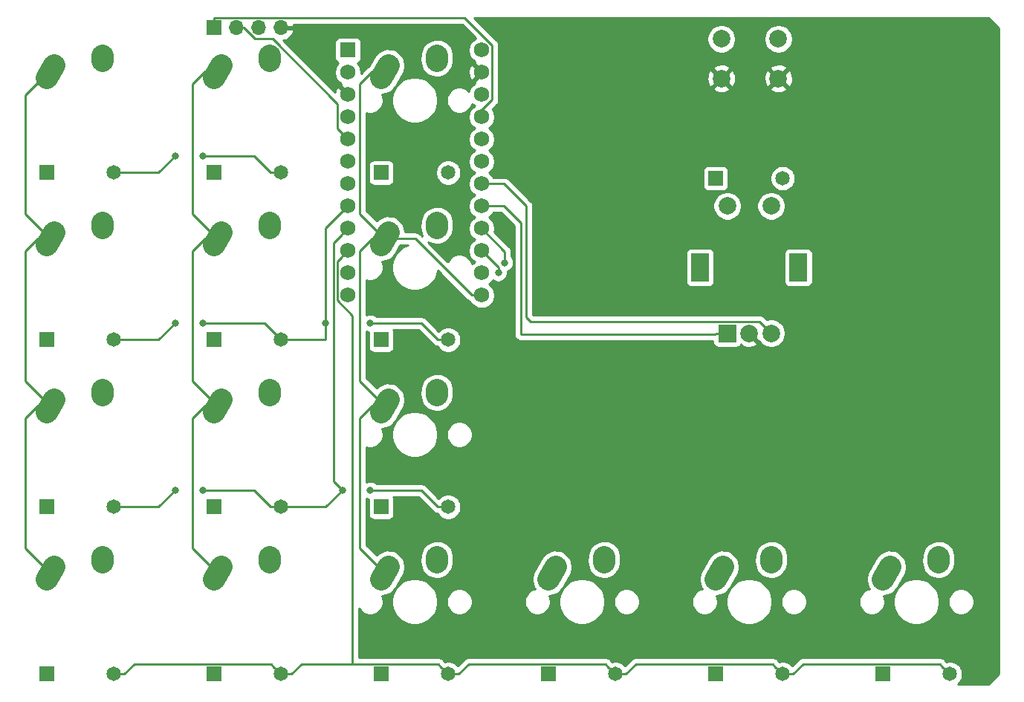
<source format=gbr>
G04 #@! TF.GenerationSoftware,KiCad,Pcbnew,(5.1.5)-3*
G04 #@! TF.CreationDate,2020-09-11T21:59:54+03:00*
G04 #@! TF.ProjectId,taro,7461726f-2e6b-4696-9361-645f70636258,rev?*
G04 #@! TF.SameCoordinates,Original*
G04 #@! TF.FileFunction,Copper,L1,Top*
G04 #@! TF.FilePolarity,Positive*
%FSLAX46Y46*%
G04 Gerber Fmt 4.6, Leading zero omitted, Abs format (unit mm)*
G04 Created by KiCad (PCBNEW (5.1.5)-3) date 2020-09-11 21:59:54*
%MOMM*%
%LPD*%
G04 APERTURE LIST*
G04 #@! TA.AperFunction,ComponentPad*
%ADD10R,1.752600X1.752600*%
G04 #@! TD*
G04 #@! TA.AperFunction,ComponentPad*
%ADD11C,1.752600*%
G04 #@! TD*
G04 #@! TA.AperFunction,ComponentPad*
%ADD12C,2.500000*%
G04 #@! TD*
G04 #@! TA.AperFunction,ComponentPad*
%ADD13R,2.000000X2.000000*%
G04 #@! TD*
G04 #@! TA.AperFunction,ComponentPad*
%ADD14C,2.000000*%
G04 #@! TD*
G04 #@! TA.AperFunction,ComponentPad*
%ADD15R,2.000000X3.200000*%
G04 #@! TD*
G04 #@! TA.AperFunction,ComponentPad*
%ADD16R,1.700000X1.700000*%
G04 #@! TD*
G04 #@! TA.AperFunction,ComponentPad*
%ADD17O,1.700000X1.700000*%
G04 #@! TD*
G04 #@! TA.AperFunction,ComponentPad*
%ADD18C,1.651000*%
G04 #@! TD*
G04 #@! TA.AperFunction,ComponentPad*
%ADD19R,1.651000X1.651000*%
G04 #@! TD*
G04 #@! TA.AperFunction,ViaPad*
%ADD20C,0.800000*%
G04 #@! TD*
G04 #@! TA.AperFunction,Conductor*
%ADD21C,0.250000*%
G04 #@! TD*
G04 #@! TA.AperFunction,Conductor*
%ADD22C,0.254000*%
G04 #@! TD*
G04 APERTURE END LIST*
D10*
G04 #@! TO.P,U1,1*
G04 #@! TO.N,N/C*
X84455000Y-67310000D03*
D11*
G04 #@! TO.P,U1,2*
X84455000Y-69850000D03*
G04 #@! TO.P,U1,3*
G04 #@! TO.N,GND*
X84455000Y-72390000D03*
G04 #@! TO.P,U1,4*
X84455000Y-74930000D03*
G04 #@! TO.P,U1,5*
G04 #@! TO.N,/SCL*
X84455000Y-77470000D03*
G04 #@! TO.P,U1,6*
G04 #@! TO.N,/SDA*
X84455000Y-80010000D03*
G04 #@! TO.P,U1,7*
G04 #@! TO.N,/ROW_A*
X84455000Y-82550000D03*
G04 #@! TO.P,U1,8*
G04 #@! TO.N,/ROW_B*
X84455000Y-85090000D03*
G04 #@! TO.P,U1,9*
G04 #@! TO.N,/ROW_C*
X84455000Y-87630000D03*
G04 #@! TO.P,U1,10*
G04 #@! TO.N,/ROW_D*
X84455000Y-90170000D03*
G04 #@! TO.P,U1,11*
G04 #@! TO.N,/COL_A*
X84455000Y-92710000D03*
G04 #@! TO.P,U1,13*
G04 #@! TO.N,/COL_C*
X99695000Y-95250000D03*
G04 #@! TO.P,U1,14*
G04 #@! TO.N,/COL_D*
X99695000Y-92710000D03*
G04 #@! TO.P,U1,15*
G04 #@! TO.N,/COL_E*
X99695000Y-90170000D03*
G04 #@! TO.P,U1,16*
G04 #@! TO.N,/COL_F*
X99695000Y-87630000D03*
G04 #@! TO.P,U1,17*
G04 #@! TO.N,/ROT1_A*
X99695000Y-85090000D03*
G04 #@! TO.P,U1,18*
G04 #@! TO.N,/ROT1_B*
X99695000Y-82550000D03*
G04 #@! TO.P,U1,19*
G04 #@! TO.N,N/C*
X99695000Y-80010000D03*
G04 #@! TO.P,U1,20*
X99695000Y-77470000D03*
G04 #@! TO.P,U1,21*
G04 #@! TO.N,VCC*
X99695000Y-74930000D03*
G04 #@! TO.P,U1,22*
G04 #@! TO.N,Net-(SW1-Pad1)*
X99695000Y-72390000D03*
G04 #@! TO.P,U1,23*
G04 #@! TO.N,GND*
X99695000Y-69850000D03*
G04 #@! TO.P,U1,12*
G04 #@! TO.N,/COL_B*
X84455000Y-95250000D03*
G04 #@! TO.P,U1,24*
G04 #@! TO.N,N/C*
X99695000Y-67310000D03*
G04 #@! TD*
D12*
G04 #@! TO.P,SW17,1*
G04 #@! TO.N,/COL_F*
X146225453Y-126175046D02*
X145414547Y-127634954D01*
G04 #@! TO.P,SW17,2*
G04 #@! TO.N,Net-(D16-Pad2)*
X151764724Y-125095672D02*
X151725276Y-125674328D01*
G04 #@! TD*
G04 #@! TO.P,SW16,1*
G04 #@! TO.N,/COL_E*
X127175453Y-126175046D02*
X126364547Y-127634954D01*
G04 #@! TO.P,SW16,2*
G04 #@! TO.N,Net-(D15-Pad2)*
X132714724Y-125095672D02*
X132675276Y-125674328D01*
G04 #@! TD*
G04 #@! TO.P,SW15,1*
G04 #@! TO.N,/COL_D*
X108125453Y-126175046D02*
X107314547Y-127634954D01*
G04 #@! TO.P,SW15,2*
G04 #@! TO.N,Net-(D13-Pad2)*
X113664724Y-125095672D02*
X113625276Y-125674328D01*
G04 #@! TD*
G04 #@! TO.P,SW13,1*
G04 #@! TO.N,/COL_C*
X89075453Y-126175046D02*
X88264547Y-127634954D01*
G04 #@! TO.P,SW13,2*
G04 #@! TO.N,Net-(D12-Pad2)*
X94614724Y-125095672D02*
X94575276Y-125674328D01*
G04 #@! TD*
G04 #@! TO.P,SW12,1*
G04 #@! TO.N,/COL_C*
X89075453Y-107125046D02*
X88264547Y-108584954D01*
G04 #@! TO.P,SW12,2*
G04 #@! TO.N,Net-(D11-Pad2)*
X94614724Y-106045672D02*
X94575276Y-106624328D01*
G04 #@! TD*
G04 #@! TO.P,SW11,1*
G04 #@! TO.N,/COL_C*
X89075453Y-88075046D02*
X88264547Y-89534954D01*
G04 #@! TO.P,SW11,2*
G04 #@! TO.N,Net-(D10-Pad2)*
X94614724Y-86995672D02*
X94575276Y-87574328D01*
G04 #@! TD*
G04 #@! TO.P,SW10,1*
G04 #@! TO.N,/COL_C*
X89075453Y-69025046D02*
X88264547Y-70484954D01*
G04 #@! TO.P,SW10,2*
G04 #@! TO.N,Net-(D9-Pad2)*
X94614724Y-67945672D02*
X94575276Y-68524328D01*
G04 #@! TD*
G04 #@! TO.P,SW9,1*
G04 #@! TO.N,/COL_B*
X70025453Y-126175046D02*
X69214547Y-127634954D01*
G04 #@! TO.P,SW9,2*
G04 #@! TO.N,Net-(D8-Pad2)*
X75564724Y-125095672D02*
X75525276Y-125674328D01*
G04 #@! TD*
G04 #@! TO.P,SW8,1*
G04 #@! TO.N,/COL_B*
X70025453Y-107125046D02*
X69214547Y-108584954D01*
G04 #@! TO.P,SW8,2*
G04 #@! TO.N,Net-(D7-Pad2)*
X75564724Y-106045672D02*
X75525276Y-106624328D01*
G04 #@! TD*
G04 #@! TO.P,SW7,1*
G04 #@! TO.N,/COL_B*
X70025453Y-88075046D02*
X69214547Y-89534954D01*
G04 #@! TO.P,SW7,2*
G04 #@! TO.N,Net-(D6-Pad2)*
X75564724Y-86995672D02*
X75525276Y-87574328D01*
G04 #@! TD*
G04 #@! TO.P,SW6,1*
G04 #@! TO.N,/COL_B*
X70025453Y-69025046D02*
X69214547Y-70484954D01*
G04 #@! TO.P,SW6,2*
G04 #@! TO.N,Net-(D5-Pad2)*
X75564724Y-67945672D02*
X75525276Y-68524328D01*
G04 #@! TD*
G04 #@! TO.P,SW5,1*
G04 #@! TO.N,/COL_A*
X50975453Y-126175046D02*
X50164547Y-127634954D01*
G04 #@! TO.P,SW5,2*
G04 #@! TO.N,Net-(D4-Pad2)*
X56514724Y-125095672D02*
X56475276Y-125674328D01*
G04 #@! TD*
G04 #@! TO.P,SW4,1*
G04 #@! TO.N,/COL_A*
X50975453Y-107125046D02*
X50164547Y-108584954D01*
G04 #@! TO.P,SW4,2*
G04 #@! TO.N,Net-(D3-Pad2)*
X56514724Y-106045672D02*
X56475276Y-106624328D01*
G04 #@! TD*
G04 #@! TO.P,SW3,1*
G04 #@! TO.N,/COL_A*
X50975453Y-88075046D02*
X50164547Y-89534954D01*
G04 #@! TO.P,SW3,2*
G04 #@! TO.N,Net-(D2-Pad2)*
X56514724Y-86995672D02*
X56475276Y-87574328D01*
G04 #@! TD*
G04 #@! TO.P,SW2,1*
G04 #@! TO.N,/COL_A*
X50975453Y-69025046D02*
X50164547Y-70484954D01*
G04 #@! TO.P,SW2,2*
G04 #@! TO.N,Net-(D1-Pad2)*
X56514724Y-67945672D02*
X56475276Y-68524328D01*
G04 #@! TD*
D13*
G04 #@! TO.P,SW14,A*
G04 #@! TO.N,/ROT1_A*
X127675000Y-99575000D03*
D14*
G04 #@! TO.P,SW14,C*
G04 #@! TO.N,GND*
X130175000Y-99575000D03*
G04 #@! TO.P,SW14,B*
G04 #@! TO.N,/ROT1_B*
X132675000Y-99575000D03*
D15*
G04 #@! TO.P,SW14,MP*
G04 #@! TO.N,N/C*
X124575000Y-92075000D03*
X135775000Y-92075000D03*
D14*
G04 #@! TO.P,SW14,S2*
G04 #@! TO.N,Net-(D14-Pad2)*
X127675000Y-85075000D03*
G04 #@! TO.P,SW14,S1*
G04 #@! TO.N,/COL_D*
X132675000Y-85075000D03*
G04 #@! TD*
G04 #@! TO.P,SW1,2*
G04 #@! TO.N,GND*
X127000000Y-70540000D03*
G04 #@! TO.P,SW1,1*
G04 #@! TO.N,Net-(SW1-Pad1)*
X127000000Y-66040000D03*
G04 #@! TO.P,SW1,2*
G04 #@! TO.N,GND*
X133500000Y-70540000D03*
G04 #@! TO.P,SW1,1*
G04 #@! TO.N,Net-(SW1-Pad1)*
X133500000Y-66040000D03*
G04 #@! TD*
D16*
G04 #@! TO.P,J1,1*
G04 #@! TO.N,VCC*
X69215000Y-64770000D03*
D17*
G04 #@! TO.P,J1,2*
G04 #@! TO.N,/SCL*
X71755000Y-64770000D03*
G04 #@! TO.P,J1,3*
G04 #@! TO.N,/SDA*
X74295000Y-64770000D03*
G04 #@! TO.P,J1,4*
G04 #@! TO.N,GND*
X76835000Y-64770000D03*
G04 #@! TD*
D18*
G04 #@! TO.P,D16,1*
G04 #@! TO.N,/ROW_D*
X153035000Y-138430000D03*
D19*
G04 #@! TO.P,D16,2*
G04 #@! TO.N,Net-(D16-Pad2)*
X145415000Y-138430000D03*
G04 #@! TD*
D18*
G04 #@! TO.P,D15,1*
G04 #@! TO.N,/ROW_D*
X133985000Y-138430000D03*
D19*
G04 #@! TO.P,D15,2*
G04 #@! TO.N,Net-(D15-Pad2)*
X126365000Y-138430000D03*
G04 #@! TD*
D18*
G04 #@! TO.P,D14,1*
G04 #@! TO.N,/ROW_C*
X133985000Y-81915000D03*
D19*
G04 #@! TO.P,D14,2*
G04 #@! TO.N,Net-(D14-Pad2)*
X126365000Y-81915000D03*
G04 #@! TD*
D18*
G04 #@! TO.P,D13,1*
G04 #@! TO.N,/ROW_D*
X114935000Y-138430000D03*
D19*
G04 #@! TO.P,D13,2*
G04 #@! TO.N,Net-(D13-Pad2)*
X107315000Y-138430000D03*
G04 #@! TD*
D18*
G04 #@! TO.P,D12,1*
G04 #@! TO.N,/ROW_D*
X95885000Y-138430000D03*
D19*
G04 #@! TO.P,D12,2*
G04 #@! TO.N,Net-(D12-Pad2)*
X88265000Y-138430000D03*
G04 #@! TD*
D18*
G04 #@! TO.P,D11,1*
G04 #@! TO.N,/ROW_C*
X95885000Y-119380000D03*
D19*
G04 #@! TO.P,D11,2*
G04 #@! TO.N,Net-(D11-Pad2)*
X88265000Y-119380000D03*
G04 #@! TD*
D18*
G04 #@! TO.P,D10,1*
G04 #@! TO.N,/ROW_B*
X95885000Y-100330000D03*
D19*
G04 #@! TO.P,D10,2*
G04 #@! TO.N,Net-(D10-Pad2)*
X88265000Y-100330000D03*
G04 #@! TD*
D18*
G04 #@! TO.P,D9,1*
G04 #@! TO.N,/ROW_A*
X95885000Y-81280000D03*
D19*
G04 #@! TO.P,D9,2*
G04 #@! TO.N,Net-(D9-Pad2)*
X88265000Y-81280000D03*
G04 #@! TD*
D18*
G04 #@! TO.P,D8,1*
G04 #@! TO.N,/ROW_D*
X76835000Y-138430000D03*
D19*
G04 #@! TO.P,D8,2*
G04 #@! TO.N,Net-(D8-Pad2)*
X69215000Y-138430000D03*
G04 #@! TD*
D18*
G04 #@! TO.P,D7,1*
G04 #@! TO.N,/ROW_C*
X76835000Y-119380000D03*
D19*
G04 #@! TO.P,D7,2*
G04 #@! TO.N,Net-(D7-Pad2)*
X69215000Y-119380000D03*
G04 #@! TD*
D18*
G04 #@! TO.P,D6,1*
G04 #@! TO.N,/ROW_B*
X76835000Y-100330000D03*
D19*
G04 #@! TO.P,D6,2*
G04 #@! TO.N,Net-(D6-Pad2)*
X69215000Y-100330000D03*
G04 #@! TD*
D18*
G04 #@! TO.P,D5,1*
G04 #@! TO.N,/ROW_A*
X76835000Y-81280000D03*
D19*
G04 #@! TO.P,D5,2*
G04 #@! TO.N,Net-(D5-Pad2)*
X69215000Y-81280000D03*
G04 #@! TD*
D18*
G04 #@! TO.P,D4,1*
G04 #@! TO.N,/ROW_D*
X57785000Y-138430000D03*
D19*
G04 #@! TO.P,D4,2*
G04 #@! TO.N,Net-(D4-Pad2)*
X50165000Y-138430000D03*
G04 #@! TD*
D18*
G04 #@! TO.P,D3,1*
G04 #@! TO.N,/ROW_C*
X57785000Y-119380000D03*
D19*
G04 #@! TO.P,D3,2*
G04 #@! TO.N,Net-(D3-Pad2)*
X50165000Y-119380000D03*
G04 #@! TD*
D18*
G04 #@! TO.P,D2,1*
G04 #@! TO.N,/ROW_B*
X57785000Y-100330000D03*
D19*
G04 #@! TO.P,D2,2*
G04 #@! TO.N,Net-(D2-Pad2)*
X50165000Y-100330000D03*
G04 #@! TD*
D18*
G04 #@! TO.P,D1,1*
G04 #@! TO.N,/ROW_A*
X57785000Y-81280000D03*
D19*
G04 #@! TO.P,D1,2*
G04 #@! TO.N,Net-(D1-Pad2)*
X50165000Y-81280000D03*
G04 #@! TD*
D20*
G04 #@! TO.N,/ROW_A*
X67945000Y-79375000D03*
X64770000Y-79375000D03*
G04 #@! TO.N,/ROW_B*
X86995000Y-98425000D03*
X67945000Y-98425000D03*
X64770000Y-98425000D03*
X81915000Y-98425000D03*
G04 #@! TO.N,/ROW_C*
X67945000Y-117475000D03*
X64770000Y-117475000D03*
X86995000Y-117475000D03*
X83820000Y-117475000D03*
G04 #@! TO.N,/COL_E*
X101600000Y-92710000D03*
G04 #@! TO.N,/COL_F*
X102325001Y-91530001D03*
G04 #@! TD*
D21*
G04 #@! TO.N,/ROW_A*
X57785000Y-81280000D02*
X62865000Y-81280000D01*
X62865000Y-81280000D02*
X64770000Y-79375000D01*
X75667567Y-81280000D02*
X73762567Y-79375000D01*
X76835000Y-81280000D02*
X75667567Y-81280000D01*
X73762567Y-79375000D02*
X67945000Y-79375000D01*
X67945000Y-79375000D02*
X67945000Y-79375000D01*
X64770000Y-79375000D02*
X64770000Y-79375000D01*
G04 #@! TO.N,/ROW_B*
X57785000Y-100330000D02*
X62865000Y-100330000D01*
X62865000Y-100330000D02*
X64770000Y-98425000D01*
X76835000Y-100330000D02*
X74930000Y-98425000D01*
X74930000Y-98425000D02*
X67945000Y-98425000D01*
X94717567Y-100330000D02*
X92812567Y-98425000D01*
X95885000Y-100330000D02*
X94717567Y-100330000D01*
X92812567Y-98425000D02*
X86995000Y-98425000D01*
X86995000Y-98425000D02*
X86995000Y-98425000D01*
X67945000Y-98425000D02*
X67945000Y-98425000D01*
X64770000Y-98425000D02*
X64770000Y-98425000D01*
X81915000Y-100330000D02*
X76835000Y-100330000D01*
X81915000Y-98425000D02*
X81915000Y-100330000D01*
X81915000Y-87630000D02*
X84455000Y-85090000D01*
X81915000Y-98425000D02*
X81915000Y-87630000D01*
G04 #@! TO.N,/ROW_C*
X57785000Y-119380000D02*
X62865000Y-119380000D01*
X62865000Y-119380000D02*
X64770000Y-117475000D01*
X75667567Y-119380000D02*
X73762567Y-117475000D01*
X76835000Y-119380000D02*
X75667567Y-119380000D01*
X73762567Y-117475000D02*
X67945000Y-117475000D01*
X67945000Y-117475000D02*
X67945000Y-117475000D01*
X64770000Y-117475000D02*
X64770000Y-117475000D01*
X76835000Y-119380000D02*
X81915000Y-119380000D01*
X81915000Y-119380000D02*
X83820000Y-117475000D01*
X94717567Y-119380000D02*
X92812567Y-117475000D01*
X95885000Y-119380000D02*
X94717567Y-119380000D01*
X92812567Y-117475000D02*
X86995000Y-117475000D01*
X86995000Y-117475000D02*
X86995000Y-117475000D01*
X83820000Y-117475000D02*
X83820000Y-117475000D01*
X83578701Y-88506299D02*
X84455000Y-87630000D01*
X82803689Y-89281311D02*
X83578701Y-88506299D01*
X82803689Y-116458689D02*
X82803689Y-89281311D01*
X83820000Y-117475000D02*
X82803689Y-116458689D01*
G04 #@! TO.N,/ROW_D*
X76009501Y-137604501D02*
X76835000Y-138430000D01*
X60102934Y-137279499D02*
X75684499Y-137279499D01*
X58952433Y-138430000D02*
X60102934Y-137279499D01*
X75684499Y-137279499D02*
X76009501Y-137604501D01*
X57785000Y-138430000D02*
X58952433Y-138430000D01*
X95059501Y-137604501D02*
X95885000Y-138430000D01*
X94734499Y-137279499D02*
X95059501Y-137604501D01*
X78002433Y-138430000D02*
X79152934Y-137279499D01*
X76835000Y-138430000D02*
X78002433Y-138430000D01*
X114109501Y-137604501D02*
X114935000Y-138430000D01*
X113784499Y-137279499D02*
X114109501Y-137604501D01*
X98202934Y-137279499D02*
X113784499Y-137279499D01*
X97052433Y-138430000D02*
X98202934Y-137279499D01*
X95885000Y-138430000D02*
X97052433Y-138430000D01*
X133159501Y-137604501D02*
X133985000Y-138430000D01*
X132834499Y-137279499D02*
X133159501Y-137604501D01*
X116102433Y-138430000D02*
X117252934Y-137279499D01*
X117252934Y-137279499D02*
X132834499Y-137279499D01*
X114935000Y-138430000D02*
X116102433Y-138430000D01*
X151884499Y-137279499D02*
X152209501Y-137604501D01*
X136302934Y-137279499D02*
X151884499Y-137279499D01*
X152209501Y-137604501D02*
X153035000Y-138430000D01*
X135152433Y-138430000D02*
X136302934Y-137279499D01*
X133985000Y-138430000D02*
X135152433Y-138430000D01*
X83578701Y-91046299D02*
X84455000Y-90170000D01*
X83253699Y-91371301D02*
X83578701Y-91046299D01*
X84970501Y-97543427D02*
X83253699Y-95826625D01*
X84970501Y-137279499D02*
X84970501Y-97543427D01*
X79152934Y-137279499D02*
X84970501Y-137279499D01*
X83253699Y-95826625D02*
X83253699Y-91371301D01*
X84970501Y-137279499D02*
X94734499Y-137279499D01*
G04 #@! TO.N,VCC*
X69215000Y-63670000D02*
X69215000Y-64770000D01*
X100896301Y-66733375D02*
X97757925Y-63594999D01*
X99695000Y-74167926D02*
X100896301Y-72966625D01*
X69290001Y-63594999D02*
X69215000Y-63670000D01*
X97757925Y-63594999D02*
X69290001Y-63594999D01*
X100896301Y-72966625D02*
X100896301Y-66733375D01*
X99695000Y-74930000D02*
X99695000Y-74167926D01*
G04 #@! TO.N,/SCL*
X83578701Y-76593701D02*
X84455000Y-77470000D01*
X83253699Y-76268699D02*
X83578701Y-76593701D01*
X83253699Y-73407569D02*
X83253699Y-76268699D01*
X75886130Y-66040000D02*
X83253699Y-73407569D01*
X73825998Y-66040000D02*
X75886130Y-66040000D01*
X72555998Y-64770000D02*
X73825998Y-66040000D01*
X71755000Y-64770000D02*
X72555998Y-64770000D01*
G04 #@! TO.N,/COL_A*
X47719099Y-85954099D02*
X49650726Y-87885726D01*
X47719099Y-72460567D02*
X47719099Y-85954099D01*
X49650726Y-87885726D02*
X50570000Y-88805000D01*
X50424666Y-69755000D02*
X47719099Y-72460567D01*
X50570000Y-69755000D02*
X50424666Y-69755000D01*
X49650726Y-106935726D02*
X50570000Y-107855000D01*
X47719099Y-105004099D02*
X49650726Y-106935726D01*
X47719099Y-90226016D02*
X47719099Y-105004099D01*
X49140115Y-88805000D02*
X47719099Y-90226016D01*
X50570000Y-88805000D02*
X49140115Y-88805000D01*
X49650726Y-125985726D02*
X50570000Y-126905000D01*
X47719099Y-109276016D02*
X47719099Y-124054099D01*
X49140115Y-107855000D02*
X47719099Y-109276016D01*
X47719099Y-124054099D02*
X49650726Y-125985726D01*
X50570000Y-107855000D02*
X49140115Y-107855000D01*
G04 #@! TO.N,/COL_B*
X66769099Y-71176016D02*
X66769099Y-85954099D01*
X66769099Y-85954099D02*
X68700726Y-87885726D01*
X68190115Y-69755000D02*
X66769099Y-71176016D01*
X68700726Y-87885726D02*
X69620000Y-88805000D01*
X69620000Y-69755000D02*
X68190115Y-69755000D01*
X68700726Y-106935726D02*
X69620000Y-107855000D01*
X66769099Y-90226016D02*
X66769099Y-105004099D01*
X68190115Y-88805000D02*
X66769099Y-90226016D01*
X66769099Y-105004099D02*
X68700726Y-106935726D01*
X69620000Y-88805000D02*
X68190115Y-88805000D01*
X68700726Y-125985726D02*
X69620000Y-126905000D01*
X66769099Y-124054099D02*
X68700726Y-125985726D01*
X66769099Y-109276016D02*
X66769099Y-124054099D01*
X68190115Y-107855000D02*
X66769099Y-109276016D01*
X69620000Y-107855000D02*
X68190115Y-107855000D01*
G04 #@! TO.N,/COL_C*
X87750726Y-87885726D02*
X88670000Y-88805000D01*
X85819099Y-85954099D02*
X87750726Y-87885726D01*
X85819099Y-71176016D02*
X85819099Y-85954099D01*
X87240115Y-69755000D02*
X85819099Y-71176016D01*
X88670000Y-69755000D02*
X87240115Y-69755000D01*
X87750726Y-106935726D02*
X88670000Y-107855000D01*
X85819099Y-90226016D02*
X85819099Y-105004099D01*
X87240115Y-88805000D02*
X85819099Y-90226016D01*
X85819099Y-105004099D02*
X87750726Y-106935726D01*
X88670000Y-88805000D02*
X87240115Y-88805000D01*
X85819099Y-124054099D02*
X87750726Y-125985726D01*
X85819099Y-109276016D02*
X85819099Y-124054099D01*
X87240115Y-107855000D02*
X85819099Y-109276016D01*
X87750726Y-125985726D02*
X88670000Y-126905000D01*
X88670000Y-107855000D02*
X87240115Y-107855000D01*
X98589666Y-95250000D02*
X99695000Y-95250000D01*
X88670000Y-88805000D02*
X92144666Y-88805000D01*
X92144666Y-88805000D02*
X98589666Y-95250000D01*
G04 #@! TO.N,/ROT1_A*
X126425000Y-99575000D02*
X126305000Y-99695000D01*
X127675000Y-99575000D02*
X126425000Y-99575000D01*
X104140000Y-86995000D02*
X102235000Y-85090000D01*
X104140000Y-99695000D02*
X104140000Y-86995000D01*
X102235000Y-85090000D02*
X99695000Y-85090000D01*
X104140000Y-99695000D02*
X126365000Y-99695000D01*
G04 #@! TO.N,/ROT1_B*
X131349999Y-98249999D02*
X132675000Y-99575000D01*
X102235000Y-82550000D02*
X104775000Y-85090000D01*
X99695000Y-82550000D02*
X102235000Y-82550000D01*
X104775000Y-97790000D02*
X105234999Y-98249999D01*
X104775000Y-85090000D02*
X104775000Y-97790000D01*
X105234999Y-98249999D02*
X131349999Y-98249999D01*
G04 #@! TO.N,/COL_E*
X101600000Y-92075000D02*
X99695000Y-90170000D01*
X101600000Y-92710000D02*
X101600000Y-92075000D01*
G04 #@! TO.N,/COL_F*
X102325001Y-90260001D02*
X99695000Y-87630000D01*
X102325001Y-91530001D02*
X102325001Y-90260001D01*
G04 #@! TD*
D22*
G04 #@! TO.N,GND*
G36*
X157431235Y-63630841D02*
G01*
X158618714Y-64818320D01*
X158623000Y-64832165D01*
X158623000Y-138368512D01*
X158619159Y-138381235D01*
X157431679Y-139568715D01*
X157417835Y-139573000D01*
X153953211Y-139573000D01*
X153966015Y-139564445D01*
X154169445Y-139361015D01*
X154329279Y-139121806D01*
X154439374Y-138856012D01*
X154495500Y-138573847D01*
X154495500Y-138286153D01*
X154439374Y-138003988D01*
X154329279Y-137738194D01*
X154169445Y-137498985D01*
X153966015Y-137295555D01*
X153726806Y-137135721D01*
X153461012Y-137025626D01*
X153178847Y-136969500D01*
X152891153Y-136969500D01*
X152689427Y-137009626D01*
X152448303Y-136768502D01*
X152424500Y-136739498D01*
X152308775Y-136644525D01*
X152176746Y-136573953D01*
X152033485Y-136530496D01*
X151921832Y-136519499D01*
X151921821Y-136519499D01*
X151884499Y-136515823D01*
X151847177Y-136519499D01*
X136340256Y-136519499D01*
X136302933Y-136515823D01*
X136265610Y-136519499D01*
X136265601Y-136519499D01*
X136153948Y-136530496D01*
X136010687Y-136573953D01*
X135878657Y-136644525D01*
X135795017Y-136713167D01*
X135762933Y-136739498D01*
X135739135Y-136768496D01*
X135064046Y-137443586D01*
X134916015Y-137295555D01*
X134676806Y-137135721D01*
X134411012Y-137025626D01*
X134128847Y-136969500D01*
X133841153Y-136969500D01*
X133639427Y-137009626D01*
X133398303Y-136768502D01*
X133374500Y-136739498D01*
X133258775Y-136644525D01*
X133126746Y-136573953D01*
X132983485Y-136530496D01*
X132871832Y-136519499D01*
X132871821Y-136519499D01*
X132834499Y-136515823D01*
X132797177Y-136519499D01*
X117290256Y-136519499D01*
X117252933Y-136515823D01*
X117215610Y-136519499D01*
X117215601Y-136519499D01*
X117103948Y-136530496D01*
X116960687Y-136573953D01*
X116828657Y-136644525D01*
X116745017Y-136713167D01*
X116712933Y-136739498D01*
X116689135Y-136768496D01*
X116014046Y-137443586D01*
X115866015Y-137295555D01*
X115626806Y-137135721D01*
X115361012Y-137025626D01*
X115078847Y-136969500D01*
X114791153Y-136969500D01*
X114589427Y-137009626D01*
X114348303Y-136768502D01*
X114324500Y-136739498D01*
X114208775Y-136644525D01*
X114076746Y-136573953D01*
X113933485Y-136530496D01*
X113821832Y-136519499D01*
X113821821Y-136519499D01*
X113784499Y-136515823D01*
X113747177Y-136519499D01*
X98240256Y-136519499D01*
X98202933Y-136515823D01*
X98165610Y-136519499D01*
X98165601Y-136519499D01*
X98053948Y-136530496D01*
X97910687Y-136573953D01*
X97778657Y-136644525D01*
X97695017Y-136713167D01*
X97662933Y-136739498D01*
X97639135Y-136768496D01*
X96964046Y-137443586D01*
X96816015Y-137295555D01*
X96576806Y-137135721D01*
X96311012Y-137025626D01*
X96028847Y-136969500D01*
X95741153Y-136969500D01*
X95539427Y-137009626D01*
X95298303Y-136768502D01*
X95274500Y-136739498D01*
X95158775Y-136644525D01*
X95026746Y-136573953D01*
X94883485Y-136530496D01*
X94771832Y-136519499D01*
X94771821Y-136519499D01*
X94734499Y-136515823D01*
X94697177Y-136519499D01*
X85730501Y-136519499D01*
X85730501Y-130957094D01*
X85840826Y-131122206D01*
X86047794Y-131329174D01*
X86291162Y-131491788D01*
X86561579Y-131603798D01*
X86848652Y-131660900D01*
X87141348Y-131660900D01*
X87428421Y-131603798D01*
X87698838Y-131491788D01*
X87942206Y-131329174D01*
X88149174Y-131122206D01*
X88311788Y-130878838D01*
X88423798Y-130608421D01*
X88480900Y-130321348D01*
X88480900Y-130028652D01*
X88458508Y-129916076D01*
X89446100Y-129916076D01*
X89446100Y-130433924D01*
X89547127Y-130941822D01*
X89745299Y-131420251D01*
X90033000Y-131850826D01*
X90399174Y-132217000D01*
X90829749Y-132504701D01*
X91308178Y-132702873D01*
X91816076Y-132803900D01*
X92333924Y-132803900D01*
X92841822Y-132702873D01*
X93320251Y-132504701D01*
X93750826Y-132217000D01*
X94117000Y-131850826D01*
X94404701Y-131420251D01*
X94602873Y-130941822D01*
X94703900Y-130433924D01*
X94703900Y-130028652D01*
X95669100Y-130028652D01*
X95669100Y-130321348D01*
X95726202Y-130608421D01*
X95838212Y-130878838D01*
X96000826Y-131122206D01*
X96207794Y-131329174D01*
X96451162Y-131491788D01*
X96721579Y-131603798D01*
X97008652Y-131660900D01*
X97301348Y-131660900D01*
X97588421Y-131603798D01*
X97858838Y-131491788D01*
X98102206Y-131329174D01*
X98309174Y-131122206D01*
X98471788Y-130878838D01*
X98583798Y-130608421D01*
X98640900Y-130321348D01*
X98640900Y-130028652D01*
X104559100Y-130028652D01*
X104559100Y-130321348D01*
X104616202Y-130608421D01*
X104728212Y-130878838D01*
X104890826Y-131122206D01*
X105097794Y-131329174D01*
X105341162Y-131491788D01*
X105611579Y-131603798D01*
X105898652Y-131660900D01*
X106191348Y-131660900D01*
X106478421Y-131603798D01*
X106748838Y-131491788D01*
X106992206Y-131329174D01*
X107199174Y-131122206D01*
X107361788Y-130878838D01*
X107473798Y-130608421D01*
X107530900Y-130321348D01*
X107530900Y-130028652D01*
X107508508Y-129916076D01*
X108496100Y-129916076D01*
X108496100Y-130433924D01*
X108597127Y-130941822D01*
X108795299Y-131420251D01*
X109083000Y-131850826D01*
X109449174Y-132217000D01*
X109879749Y-132504701D01*
X110358178Y-132702873D01*
X110866076Y-132803900D01*
X111383924Y-132803900D01*
X111891822Y-132702873D01*
X112370251Y-132504701D01*
X112800826Y-132217000D01*
X113167000Y-131850826D01*
X113454701Y-131420251D01*
X113652873Y-130941822D01*
X113753900Y-130433924D01*
X113753900Y-130028652D01*
X114719100Y-130028652D01*
X114719100Y-130321348D01*
X114776202Y-130608421D01*
X114888212Y-130878838D01*
X115050826Y-131122206D01*
X115257794Y-131329174D01*
X115501162Y-131491788D01*
X115771579Y-131603798D01*
X116058652Y-131660900D01*
X116351348Y-131660900D01*
X116638421Y-131603798D01*
X116908838Y-131491788D01*
X117152206Y-131329174D01*
X117359174Y-131122206D01*
X117521788Y-130878838D01*
X117633798Y-130608421D01*
X117690900Y-130321348D01*
X117690900Y-130028652D01*
X123609100Y-130028652D01*
X123609100Y-130321348D01*
X123666202Y-130608421D01*
X123778212Y-130878838D01*
X123940826Y-131122206D01*
X124147794Y-131329174D01*
X124391162Y-131491788D01*
X124661579Y-131603798D01*
X124948652Y-131660900D01*
X125241348Y-131660900D01*
X125528421Y-131603798D01*
X125798838Y-131491788D01*
X126042206Y-131329174D01*
X126249174Y-131122206D01*
X126411788Y-130878838D01*
X126523798Y-130608421D01*
X126580900Y-130321348D01*
X126580900Y-130028652D01*
X126558508Y-129916076D01*
X127546100Y-129916076D01*
X127546100Y-130433924D01*
X127647127Y-130941822D01*
X127845299Y-131420251D01*
X128133000Y-131850826D01*
X128499174Y-132217000D01*
X128929749Y-132504701D01*
X129408178Y-132702873D01*
X129916076Y-132803900D01*
X130433924Y-132803900D01*
X130941822Y-132702873D01*
X131420251Y-132504701D01*
X131850826Y-132217000D01*
X132217000Y-131850826D01*
X132504701Y-131420251D01*
X132702873Y-130941822D01*
X132803900Y-130433924D01*
X132803900Y-130028652D01*
X133769100Y-130028652D01*
X133769100Y-130321348D01*
X133826202Y-130608421D01*
X133938212Y-130878838D01*
X134100826Y-131122206D01*
X134307794Y-131329174D01*
X134551162Y-131491788D01*
X134821579Y-131603798D01*
X135108652Y-131660900D01*
X135401348Y-131660900D01*
X135688421Y-131603798D01*
X135958838Y-131491788D01*
X136202206Y-131329174D01*
X136409174Y-131122206D01*
X136571788Y-130878838D01*
X136683798Y-130608421D01*
X136740900Y-130321348D01*
X136740900Y-130028652D01*
X142659100Y-130028652D01*
X142659100Y-130321348D01*
X142716202Y-130608421D01*
X142828212Y-130878838D01*
X142990826Y-131122206D01*
X143197794Y-131329174D01*
X143441162Y-131491788D01*
X143711579Y-131603798D01*
X143998652Y-131660900D01*
X144291348Y-131660900D01*
X144578421Y-131603798D01*
X144848838Y-131491788D01*
X145092206Y-131329174D01*
X145299174Y-131122206D01*
X145461788Y-130878838D01*
X145573798Y-130608421D01*
X145630900Y-130321348D01*
X145630900Y-130028652D01*
X145608508Y-129916076D01*
X146596100Y-129916076D01*
X146596100Y-130433924D01*
X146697127Y-130941822D01*
X146895299Y-131420251D01*
X147183000Y-131850826D01*
X147549174Y-132217000D01*
X147979749Y-132504701D01*
X148458178Y-132702873D01*
X148966076Y-132803900D01*
X149483924Y-132803900D01*
X149991822Y-132702873D01*
X150470251Y-132504701D01*
X150900826Y-132217000D01*
X151267000Y-131850826D01*
X151554701Y-131420251D01*
X151752873Y-130941822D01*
X151853900Y-130433924D01*
X151853900Y-130028652D01*
X152819100Y-130028652D01*
X152819100Y-130321348D01*
X152876202Y-130608421D01*
X152988212Y-130878838D01*
X153150826Y-131122206D01*
X153357794Y-131329174D01*
X153601162Y-131491788D01*
X153871579Y-131603798D01*
X154158652Y-131660900D01*
X154451348Y-131660900D01*
X154738421Y-131603798D01*
X155008838Y-131491788D01*
X155252206Y-131329174D01*
X155459174Y-131122206D01*
X155621788Y-130878838D01*
X155733798Y-130608421D01*
X155790900Y-130321348D01*
X155790900Y-130028652D01*
X155733798Y-129741579D01*
X155621788Y-129471162D01*
X155459174Y-129227794D01*
X155252206Y-129020826D01*
X155008838Y-128858212D01*
X154738421Y-128746202D01*
X154451348Y-128689100D01*
X154158652Y-128689100D01*
X153871579Y-128746202D01*
X153601162Y-128858212D01*
X153357794Y-129020826D01*
X153150826Y-129227794D01*
X152988212Y-129471162D01*
X152876202Y-129741579D01*
X152819100Y-130028652D01*
X151853900Y-130028652D01*
X151853900Y-129916076D01*
X151752873Y-129408178D01*
X151554701Y-128929749D01*
X151267000Y-128499174D01*
X150900826Y-128133000D01*
X150470251Y-127845299D01*
X149991822Y-127647127D01*
X149483924Y-127546100D01*
X148966076Y-127546100D01*
X148458178Y-127647127D01*
X147979749Y-127845299D01*
X147549174Y-128133000D01*
X147183000Y-128499174D01*
X146895299Y-128929749D01*
X146697127Y-129408178D01*
X146596100Y-129916076D01*
X145608508Y-129916076D01*
X145573798Y-129741579D01*
X145482554Y-129521296D01*
X145569749Y-129522704D01*
X145935048Y-129456153D01*
X146280345Y-129319615D01*
X146592371Y-129118335D01*
X146859132Y-128860050D01*
X147017444Y-128631206D01*
X147918275Y-127009403D01*
X148028900Y-126754070D01*
X148107209Y-126391109D01*
X148113203Y-126019844D01*
X148046652Y-125654545D01*
X148040310Y-125638505D01*
X149838344Y-125638505D01*
X149846721Y-125916645D01*
X149930090Y-126278477D01*
X150082448Y-126617092D01*
X150297939Y-126919477D01*
X150568281Y-127174011D01*
X150883087Y-127370915D01*
X151230257Y-127502618D01*
X151596450Y-127564061D01*
X151967593Y-127552883D01*
X152329425Y-127469514D01*
X152668040Y-127317156D01*
X152970425Y-127101665D01*
X153224959Y-126831323D01*
X153421863Y-126516517D01*
X153553566Y-126169347D01*
X153599613Y-125894916D01*
X153651656Y-125131496D01*
X153643279Y-124853355D01*
X153559910Y-124491523D01*
X153407552Y-124152908D01*
X153192061Y-123850523D01*
X152921719Y-123595989D01*
X152606913Y-123399086D01*
X152259743Y-123267382D01*
X151893550Y-123205939D01*
X151522407Y-123217117D01*
X151160575Y-123300486D01*
X150821960Y-123452844D01*
X150519575Y-123668335D01*
X150265041Y-123938677D01*
X150068137Y-124253483D01*
X149936434Y-124600653D01*
X149890387Y-124875084D01*
X149838344Y-125638505D01*
X148040310Y-125638505D01*
X147910114Y-125309248D01*
X147708834Y-124997222D01*
X147450549Y-124730461D01*
X147145185Y-124519214D01*
X146804476Y-124371599D01*
X146441515Y-124293290D01*
X146070250Y-124287296D01*
X145704951Y-124353847D01*
X145359655Y-124490385D01*
X145047629Y-124691665D01*
X144780868Y-124949950D01*
X144622556Y-125178794D01*
X143721725Y-126800598D01*
X143611100Y-127055931D01*
X143532791Y-127418892D01*
X143526797Y-127790156D01*
X143593348Y-128155455D01*
X143729886Y-128500752D01*
X143868132Y-128715062D01*
X143711579Y-128746202D01*
X143441162Y-128858212D01*
X143197794Y-129020826D01*
X142990826Y-129227794D01*
X142828212Y-129471162D01*
X142716202Y-129741579D01*
X142659100Y-130028652D01*
X136740900Y-130028652D01*
X136683798Y-129741579D01*
X136571788Y-129471162D01*
X136409174Y-129227794D01*
X136202206Y-129020826D01*
X135958838Y-128858212D01*
X135688421Y-128746202D01*
X135401348Y-128689100D01*
X135108652Y-128689100D01*
X134821579Y-128746202D01*
X134551162Y-128858212D01*
X134307794Y-129020826D01*
X134100826Y-129227794D01*
X133938212Y-129471162D01*
X133826202Y-129741579D01*
X133769100Y-130028652D01*
X132803900Y-130028652D01*
X132803900Y-129916076D01*
X132702873Y-129408178D01*
X132504701Y-128929749D01*
X132217000Y-128499174D01*
X131850826Y-128133000D01*
X131420251Y-127845299D01*
X130941822Y-127647127D01*
X130433924Y-127546100D01*
X129916076Y-127546100D01*
X129408178Y-127647127D01*
X128929749Y-127845299D01*
X128499174Y-128133000D01*
X128133000Y-128499174D01*
X127845299Y-128929749D01*
X127647127Y-129408178D01*
X127546100Y-129916076D01*
X126558508Y-129916076D01*
X126523798Y-129741579D01*
X126432554Y-129521296D01*
X126519749Y-129522704D01*
X126885048Y-129456153D01*
X127230345Y-129319615D01*
X127542371Y-129118335D01*
X127809132Y-128860050D01*
X127967444Y-128631206D01*
X128868275Y-127009403D01*
X128978900Y-126754070D01*
X129057209Y-126391109D01*
X129063203Y-126019844D01*
X128996652Y-125654545D01*
X128990310Y-125638505D01*
X130788344Y-125638505D01*
X130796721Y-125916645D01*
X130880090Y-126278477D01*
X131032448Y-126617092D01*
X131247939Y-126919477D01*
X131518281Y-127174011D01*
X131833087Y-127370915D01*
X132180257Y-127502618D01*
X132546450Y-127564061D01*
X132917593Y-127552883D01*
X133279425Y-127469514D01*
X133618040Y-127317156D01*
X133920425Y-127101665D01*
X134174959Y-126831323D01*
X134371863Y-126516517D01*
X134503566Y-126169347D01*
X134549613Y-125894916D01*
X134601656Y-125131496D01*
X134593279Y-124853355D01*
X134509910Y-124491523D01*
X134357552Y-124152908D01*
X134142061Y-123850523D01*
X133871719Y-123595989D01*
X133556913Y-123399086D01*
X133209743Y-123267382D01*
X132843550Y-123205939D01*
X132472407Y-123217117D01*
X132110575Y-123300486D01*
X131771960Y-123452844D01*
X131469575Y-123668335D01*
X131215041Y-123938677D01*
X131018137Y-124253483D01*
X130886434Y-124600653D01*
X130840387Y-124875084D01*
X130788344Y-125638505D01*
X128990310Y-125638505D01*
X128860114Y-125309248D01*
X128658834Y-124997222D01*
X128400549Y-124730461D01*
X128095185Y-124519214D01*
X127754476Y-124371599D01*
X127391515Y-124293290D01*
X127020250Y-124287296D01*
X126654951Y-124353847D01*
X126309655Y-124490385D01*
X125997629Y-124691665D01*
X125730868Y-124949950D01*
X125572556Y-125178794D01*
X124671725Y-126800598D01*
X124561100Y-127055931D01*
X124482791Y-127418892D01*
X124476797Y-127790156D01*
X124543348Y-128155455D01*
X124679886Y-128500752D01*
X124818132Y-128715062D01*
X124661579Y-128746202D01*
X124391162Y-128858212D01*
X124147794Y-129020826D01*
X123940826Y-129227794D01*
X123778212Y-129471162D01*
X123666202Y-129741579D01*
X123609100Y-130028652D01*
X117690900Y-130028652D01*
X117633798Y-129741579D01*
X117521788Y-129471162D01*
X117359174Y-129227794D01*
X117152206Y-129020826D01*
X116908838Y-128858212D01*
X116638421Y-128746202D01*
X116351348Y-128689100D01*
X116058652Y-128689100D01*
X115771579Y-128746202D01*
X115501162Y-128858212D01*
X115257794Y-129020826D01*
X115050826Y-129227794D01*
X114888212Y-129471162D01*
X114776202Y-129741579D01*
X114719100Y-130028652D01*
X113753900Y-130028652D01*
X113753900Y-129916076D01*
X113652873Y-129408178D01*
X113454701Y-128929749D01*
X113167000Y-128499174D01*
X112800826Y-128133000D01*
X112370251Y-127845299D01*
X111891822Y-127647127D01*
X111383924Y-127546100D01*
X110866076Y-127546100D01*
X110358178Y-127647127D01*
X109879749Y-127845299D01*
X109449174Y-128133000D01*
X109083000Y-128499174D01*
X108795299Y-128929749D01*
X108597127Y-129408178D01*
X108496100Y-129916076D01*
X107508508Y-129916076D01*
X107473798Y-129741579D01*
X107382554Y-129521296D01*
X107469749Y-129522704D01*
X107835048Y-129456153D01*
X108180345Y-129319615D01*
X108492371Y-129118335D01*
X108759132Y-128860050D01*
X108917444Y-128631206D01*
X109818275Y-127009403D01*
X109928900Y-126754070D01*
X110007209Y-126391109D01*
X110013203Y-126019844D01*
X109946652Y-125654545D01*
X109940310Y-125638505D01*
X111738344Y-125638505D01*
X111746721Y-125916645D01*
X111830090Y-126278477D01*
X111982448Y-126617092D01*
X112197939Y-126919477D01*
X112468281Y-127174011D01*
X112783087Y-127370915D01*
X113130257Y-127502618D01*
X113496450Y-127564061D01*
X113867593Y-127552883D01*
X114229425Y-127469514D01*
X114568040Y-127317156D01*
X114870425Y-127101665D01*
X115124959Y-126831323D01*
X115321863Y-126516517D01*
X115453566Y-126169347D01*
X115499613Y-125894916D01*
X115551656Y-125131496D01*
X115543279Y-124853355D01*
X115459910Y-124491523D01*
X115307552Y-124152908D01*
X115092061Y-123850523D01*
X114821719Y-123595989D01*
X114506913Y-123399086D01*
X114159743Y-123267382D01*
X113793550Y-123205939D01*
X113422407Y-123217117D01*
X113060575Y-123300486D01*
X112721960Y-123452844D01*
X112419575Y-123668335D01*
X112165041Y-123938677D01*
X111968137Y-124253483D01*
X111836434Y-124600653D01*
X111790387Y-124875084D01*
X111738344Y-125638505D01*
X109940310Y-125638505D01*
X109810114Y-125309248D01*
X109608834Y-124997222D01*
X109350549Y-124730461D01*
X109045185Y-124519214D01*
X108704476Y-124371599D01*
X108341515Y-124293290D01*
X107970250Y-124287296D01*
X107604951Y-124353847D01*
X107259655Y-124490385D01*
X106947629Y-124691665D01*
X106680868Y-124949950D01*
X106522556Y-125178794D01*
X105621725Y-126800598D01*
X105511100Y-127055931D01*
X105432791Y-127418892D01*
X105426797Y-127790156D01*
X105493348Y-128155455D01*
X105629886Y-128500752D01*
X105768132Y-128715062D01*
X105611579Y-128746202D01*
X105341162Y-128858212D01*
X105097794Y-129020826D01*
X104890826Y-129227794D01*
X104728212Y-129471162D01*
X104616202Y-129741579D01*
X104559100Y-130028652D01*
X98640900Y-130028652D01*
X98583798Y-129741579D01*
X98471788Y-129471162D01*
X98309174Y-129227794D01*
X98102206Y-129020826D01*
X97858838Y-128858212D01*
X97588421Y-128746202D01*
X97301348Y-128689100D01*
X97008652Y-128689100D01*
X96721579Y-128746202D01*
X96451162Y-128858212D01*
X96207794Y-129020826D01*
X96000826Y-129227794D01*
X95838212Y-129471162D01*
X95726202Y-129741579D01*
X95669100Y-130028652D01*
X94703900Y-130028652D01*
X94703900Y-129916076D01*
X94602873Y-129408178D01*
X94404701Y-128929749D01*
X94117000Y-128499174D01*
X93750826Y-128133000D01*
X93320251Y-127845299D01*
X92841822Y-127647127D01*
X92333924Y-127546100D01*
X91816076Y-127546100D01*
X91308178Y-127647127D01*
X90829749Y-127845299D01*
X90399174Y-128133000D01*
X90033000Y-128499174D01*
X89745299Y-128929749D01*
X89547127Y-129408178D01*
X89446100Y-129916076D01*
X88458508Y-129916076D01*
X88423798Y-129741579D01*
X88332554Y-129521296D01*
X88419749Y-129522704D01*
X88785048Y-129456153D01*
X89130345Y-129319615D01*
X89442371Y-129118335D01*
X89709132Y-128860050D01*
X89867444Y-128631206D01*
X90768275Y-127009403D01*
X90878900Y-126754070D01*
X90957209Y-126391109D01*
X90963203Y-126019844D01*
X90896652Y-125654545D01*
X90890310Y-125638505D01*
X92688344Y-125638505D01*
X92696721Y-125916645D01*
X92780090Y-126278477D01*
X92932448Y-126617092D01*
X93147939Y-126919477D01*
X93418281Y-127174011D01*
X93733087Y-127370915D01*
X94080257Y-127502618D01*
X94446450Y-127564061D01*
X94817593Y-127552883D01*
X95179425Y-127469514D01*
X95518040Y-127317156D01*
X95820425Y-127101665D01*
X96074959Y-126831323D01*
X96271863Y-126516517D01*
X96403566Y-126169347D01*
X96449613Y-125894916D01*
X96501656Y-125131496D01*
X96493279Y-124853355D01*
X96409910Y-124491523D01*
X96257552Y-124152908D01*
X96042061Y-123850523D01*
X95771719Y-123595989D01*
X95456913Y-123399086D01*
X95109743Y-123267382D01*
X94743550Y-123205939D01*
X94372407Y-123217117D01*
X94010575Y-123300486D01*
X93671960Y-123452844D01*
X93369575Y-123668335D01*
X93115041Y-123938677D01*
X92918137Y-124253483D01*
X92786434Y-124600653D01*
X92740387Y-124875084D01*
X92688344Y-125638505D01*
X90890310Y-125638505D01*
X90760114Y-125309248D01*
X90558834Y-124997222D01*
X90300549Y-124730461D01*
X89995185Y-124519214D01*
X89654476Y-124371599D01*
X89291515Y-124293290D01*
X88920250Y-124287296D01*
X88554951Y-124353847D01*
X88209655Y-124490385D01*
X87897629Y-124691665D01*
X87711592Y-124871791D01*
X86579099Y-123739298D01*
X86579099Y-118423004D01*
X86693102Y-118470226D01*
X86807487Y-118492978D01*
X86801428Y-118554500D01*
X86801428Y-120205500D01*
X86813688Y-120329982D01*
X86849998Y-120449680D01*
X86908963Y-120559994D01*
X86988315Y-120656685D01*
X87085006Y-120736037D01*
X87195320Y-120795002D01*
X87315018Y-120831312D01*
X87439500Y-120843572D01*
X89090500Y-120843572D01*
X89214982Y-120831312D01*
X89334680Y-120795002D01*
X89444994Y-120736037D01*
X89541685Y-120656685D01*
X89621037Y-120559994D01*
X89680002Y-120449680D01*
X89716312Y-120329982D01*
X89728572Y-120205500D01*
X89728572Y-118554500D01*
X89716312Y-118430018D01*
X89680002Y-118310320D01*
X89639742Y-118235000D01*
X92497766Y-118235000D01*
X94153768Y-119891003D01*
X94177566Y-119920001D01*
X94293291Y-120014974D01*
X94425320Y-120085546D01*
X94568581Y-120129003D01*
X94633191Y-120135367D01*
X94750555Y-120311015D01*
X94953985Y-120514445D01*
X95193194Y-120674279D01*
X95458988Y-120784374D01*
X95741153Y-120840500D01*
X96028847Y-120840500D01*
X96311012Y-120784374D01*
X96576806Y-120674279D01*
X96816015Y-120514445D01*
X97019445Y-120311015D01*
X97179279Y-120071806D01*
X97289374Y-119806012D01*
X97345500Y-119523847D01*
X97345500Y-119236153D01*
X97289374Y-118953988D01*
X97179279Y-118688194D01*
X97019445Y-118448985D01*
X96816015Y-118245555D01*
X96576806Y-118085721D01*
X96311012Y-117975626D01*
X96028847Y-117919500D01*
X95741153Y-117919500D01*
X95458988Y-117975626D01*
X95193194Y-118085721D01*
X94953985Y-118245555D01*
X94805954Y-118393586D01*
X93376371Y-116964003D01*
X93352568Y-116934999D01*
X93236843Y-116840026D01*
X93104814Y-116769454D01*
X92961553Y-116725997D01*
X92849900Y-116715000D01*
X92849889Y-116715000D01*
X92812567Y-116711324D01*
X92775245Y-116715000D01*
X87698711Y-116715000D01*
X87654774Y-116671063D01*
X87485256Y-116557795D01*
X87296898Y-116479774D01*
X87096939Y-116440000D01*
X86893061Y-116440000D01*
X86693102Y-116479774D01*
X86579099Y-116526996D01*
X86579099Y-112557283D01*
X86848652Y-112610900D01*
X87141348Y-112610900D01*
X87428421Y-112553798D01*
X87698838Y-112441788D01*
X87942206Y-112279174D01*
X88149174Y-112072206D01*
X88311788Y-111828838D01*
X88423798Y-111558421D01*
X88480900Y-111271348D01*
X88480900Y-110978652D01*
X88458508Y-110866076D01*
X89446100Y-110866076D01*
X89446100Y-111383924D01*
X89547127Y-111891822D01*
X89745299Y-112370251D01*
X90033000Y-112800826D01*
X90399174Y-113167000D01*
X90829749Y-113454701D01*
X91308178Y-113652873D01*
X91816076Y-113753900D01*
X92333924Y-113753900D01*
X92841822Y-113652873D01*
X93320251Y-113454701D01*
X93750826Y-113167000D01*
X94117000Y-112800826D01*
X94404701Y-112370251D01*
X94602873Y-111891822D01*
X94703900Y-111383924D01*
X94703900Y-110978652D01*
X95669100Y-110978652D01*
X95669100Y-111271348D01*
X95726202Y-111558421D01*
X95838212Y-111828838D01*
X96000826Y-112072206D01*
X96207794Y-112279174D01*
X96451162Y-112441788D01*
X96721579Y-112553798D01*
X97008652Y-112610900D01*
X97301348Y-112610900D01*
X97588421Y-112553798D01*
X97858838Y-112441788D01*
X98102206Y-112279174D01*
X98309174Y-112072206D01*
X98471788Y-111828838D01*
X98583798Y-111558421D01*
X98640900Y-111271348D01*
X98640900Y-110978652D01*
X98583798Y-110691579D01*
X98471788Y-110421162D01*
X98309174Y-110177794D01*
X98102206Y-109970826D01*
X97858838Y-109808212D01*
X97588421Y-109696202D01*
X97301348Y-109639100D01*
X97008652Y-109639100D01*
X96721579Y-109696202D01*
X96451162Y-109808212D01*
X96207794Y-109970826D01*
X96000826Y-110177794D01*
X95838212Y-110421162D01*
X95726202Y-110691579D01*
X95669100Y-110978652D01*
X94703900Y-110978652D01*
X94703900Y-110866076D01*
X94602873Y-110358178D01*
X94404701Y-109879749D01*
X94117000Y-109449174D01*
X93750826Y-109083000D01*
X93320251Y-108795299D01*
X92841822Y-108597127D01*
X92333924Y-108496100D01*
X91816076Y-108496100D01*
X91308178Y-108597127D01*
X90829749Y-108795299D01*
X90399174Y-109083000D01*
X90033000Y-109449174D01*
X89745299Y-109879749D01*
X89547127Y-110358178D01*
X89446100Y-110866076D01*
X88458508Y-110866076D01*
X88423798Y-110691579D01*
X88332554Y-110471296D01*
X88419749Y-110472704D01*
X88785048Y-110406153D01*
X89130345Y-110269615D01*
X89442371Y-110068335D01*
X89709132Y-109810050D01*
X89867444Y-109581206D01*
X90768275Y-107959403D01*
X90878900Y-107704070D01*
X90957209Y-107341109D01*
X90963203Y-106969844D01*
X90896652Y-106604545D01*
X90890310Y-106588505D01*
X92688344Y-106588505D01*
X92696721Y-106866645D01*
X92780090Y-107228477D01*
X92932448Y-107567092D01*
X93147939Y-107869477D01*
X93418281Y-108124011D01*
X93733087Y-108320915D01*
X94080257Y-108452618D01*
X94446450Y-108514061D01*
X94817593Y-108502883D01*
X95179425Y-108419514D01*
X95518040Y-108267156D01*
X95820425Y-108051665D01*
X96074959Y-107781323D01*
X96271863Y-107466517D01*
X96403566Y-107119347D01*
X96449613Y-106844916D01*
X96501656Y-106081496D01*
X96493279Y-105803355D01*
X96409910Y-105441523D01*
X96257552Y-105102908D01*
X96042061Y-104800523D01*
X95771719Y-104545989D01*
X95456913Y-104349086D01*
X95109743Y-104217382D01*
X94743550Y-104155939D01*
X94372407Y-104167117D01*
X94010575Y-104250486D01*
X93671960Y-104402844D01*
X93369575Y-104618335D01*
X93115041Y-104888677D01*
X92918137Y-105203483D01*
X92786434Y-105550653D01*
X92740387Y-105825084D01*
X92688344Y-106588505D01*
X90890310Y-106588505D01*
X90760114Y-106259248D01*
X90558834Y-105947222D01*
X90300549Y-105680461D01*
X89995185Y-105469214D01*
X89654476Y-105321599D01*
X89291515Y-105243290D01*
X88920250Y-105237296D01*
X88554951Y-105303847D01*
X88209655Y-105440385D01*
X87897629Y-105641665D01*
X87711592Y-105821791D01*
X86579099Y-104689298D01*
X86579099Y-99373004D01*
X86693102Y-99420226D01*
X86807487Y-99442978D01*
X86801428Y-99504500D01*
X86801428Y-101155500D01*
X86813688Y-101279982D01*
X86849998Y-101399680D01*
X86908963Y-101509994D01*
X86988315Y-101606685D01*
X87085006Y-101686037D01*
X87195320Y-101745002D01*
X87315018Y-101781312D01*
X87439500Y-101793572D01*
X89090500Y-101793572D01*
X89214982Y-101781312D01*
X89334680Y-101745002D01*
X89444994Y-101686037D01*
X89541685Y-101606685D01*
X89621037Y-101509994D01*
X89680002Y-101399680D01*
X89716312Y-101279982D01*
X89728572Y-101155500D01*
X89728572Y-99504500D01*
X89716312Y-99380018D01*
X89680002Y-99260320D01*
X89639742Y-99185000D01*
X92497766Y-99185000D01*
X94153768Y-100841003D01*
X94177566Y-100870001D01*
X94293291Y-100964974D01*
X94425320Y-101035546D01*
X94568581Y-101079003D01*
X94633191Y-101085367D01*
X94750555Y-101261015D01*
X94953985Y-101464445D01*
X95193194Y-101624279D01*
X95458988Y-101734374D01*
X95741153Y-101790500D01*
X96028847Y-101790500D01*
X96311012Y-101734374D01*
X96576806Y-101624279D01*
X96816015Y-101464445D01*
X97019445Y-101261015D01*
X97179279Y-101021806D01*
X97289374Y-100756012D01*
X97345500Y-100473847D01*
X97345500Y-100186153D01*
X97289374Y-99903988D01*
X97179279Y-99638194D01*
X97019445Y-99398985D01*
X96816015Y-99195555D01*
X96576806Y-99035721D01*
X96311012Y-98925626D01*
X96028847Y-98869500D01*
X95741153Y-98869500D01*
X95458988Y-98925626D01*
X95193194Y-99035721D01*
X94953985Y-99195555D01*
X94805954Y-99343586D01*
X93376371Y-97914003D01*
X93352568Y-97884999D01*
X93236843Y-97790026D01*
X93104814Y-97719454D01*
X92961553Y-97675997D01*
X92849900Y-97665000D01*
X92849889Y-97665000D01*
X92812567Y-97661324D01*
X92775245Y-97665000D01*
X87698711Y-97665000D01*
X87654774Y-97621063D01*
X87485256Y-97507795D01*
X87296898Y-97429774D01*
X87096939Y-97390000D01*
X86893061Y-97390000D01*
X86693102Y-97429774D01*
X86579099Y-97476996D01*
X86579099Y-93507283D01*
X86848652Y-93560900D01*
X87141348Y-93560900D01*
X87428421Y-93503798D01*
X87698838Y-93391788D01*
X87942206Y-93229174D01*
X88149174Y-93022206D01*
X88311788Y-92778838D01*
X88423798Y-92508421D01*
X88480900Y-92221348D01*
X88480900Y-91928652D01*
X88423798Y-91641579D01*
X88332554Y-91421296D01*
X88419749Y-91422704D01*
X88785048Y-91356153D01*
X89130345Y-91219615D01*
X89442371Y-91018335D01*
X89709132Y-90760050D01*
X89867444Y-90531206D01*
X90404123Y-89565000D01*
X91265029Y-89565000D01*
X90829749Y-89745299D01*
X90399174Y-90033000D01*
X90033000Y-90399174D01*
X89745299Y-90829749D01*
X89547127Y-91308178D01*
X89446100Y-91816076D01*
X89446100Y-92333924D01*
X89547127Y-92841822D01*
X89745299Y-93320251D01*
X90033000Y-93750826D01*
X90399174Y-94117000D01*
X90829749Y-94404701D01*
X91308178Y-94602873D01*
X91816076Y-94703900D01*
X92333924Y-94703900D01*
X92841822Y-94602873D01*
X93320251Y-94404701D01*
X93750826Y-94117000D01*
X94117000Y-93750826D01*
X94404701Y-93320251D01*
X94602873Y-92841822D01*
X94686461Y-92421597D01*
X98025871Y-95761008D01*
X98049665Y-95790001D01*
X98078658Y-95813795D01*
X98078662Y-95813799D01*
X98094291Y-95826625D01*
X98165390Y-95884974D01*
X98297419Y-95955546D01*
X98361868Y-95975096D01*
X98521096Y-96213398D01*
X98731602Y-96423904D01*
X98979131Y-96589297D01*
X99254170Y-96703222D01*
X99546150Y-96761300D01*
X99843850Y-96761300D01*
X100135830Y-96703222D01*
X100410869Y-96589297D01*
X100658398Y-96423904D01*
X100868904Y-96213398D01*
X101034297Y-95965869D01*
X101148222Y-95690830D01*
X101206300Y-95398850D01*
X101206300Y-95101150D01*
X101148222Y-94809170D01*
X101034297Y-94534131D01*
X100868904Y-94286602D01*
X100658398Y-94076096D01*
X100514580Y-93980000D01*
X100658398Y-93883904D01*
X100868904Y-93673398D01*
X100964579Y-93530209D01*
X101109744Y-93627205D01*
X101298102Y-93705226D01*
X101498061Y-93745000D01*
X101701939Y-93745000D01*
X101901898Y-93705226D01*
X102090256Y-93627205D01*
X102259774Y-93513937D01*
X102403937Y-93369774D01*
X102517205Y-93200256D01*
X102595226Y-93011898D01*
X102635000Y-92811939D01*
X102635000Y-92608061D01*
X102618842Y-92526830D01*
X102626899Y-92525227D01*
X102815257Y-92447206D01*
X102984775Y-92333938D01*
X103128938Y-92189775D01*
X103242206Y-92020257D01*
X103320227Y-91831899D01*
X103360001Y-91631940D01*
X103360001Y-91428062D01*
X103320227Y-91228103D01*
X103242206Y-91039745D01*
X103128938Y-90870227D01*
X103085001Y-90826290D01*
X103085001Y-90297323D01*
X103088677Y-90260000D01*
X103085001Y-90222677D01*
X103085001Y-90222668D01*
X103074004Y-90111015D01*
X103030547Y-89967754D01*
X103012382Y-89933770D01*
X102959975Y-89835724D01*
X102888800Y-89748998D01*
X102865002Y-89720000D01*
X102836004Y-89696202D01*
X101158576Y-88018775D01*
X101206300Y-87778850D01*
X101206300Y-87481150D01*
X101148222Y-87189170D01*
X101034297Y-86914131D01*
X100868904Y-86666602D01*
X100658398Y-86456096D01*
X100514580Y-86360000D01*
X100658398Y-86263904D01*
X100868904Y-86053398D01*
X101004810Y-85850000D01*
X101920199Y-85850000D01*
X103380001Y-87309803D01*
X103380000Y-99657667D01*
X103376323Y-99695000D01*
X103390997Y-99843986D01*
X103434454Y-99987247D01*
X103505026Y-100119276D01*
X103555693Y-100181014D01*
X103599999Y-100235001D01*
X103715724Y-100329974D01*
X103847753Y-100400546D01*
X103991014Y-100444003D01*
X104140000Y-100458677D01*
X104177333Y-100455000D01*
X126036928Y-100455000D01*
X126036928Y-100575000D01*
X126049188Y-100699482D01*
X126085498Y-100819180D01*
X126144463Y-100929494D01*
X126223815Y-101026185D01*
X126320506Y-101105537D01*
X126430820Y-101164502D01*
X126550518Y-101200812D01*
X126675000Y-101213072D01*
X128675000Y-101213072D01*
X128799482Y-101200812D01*
X128919180Y-101164502D01*
X129029494Y-101105537D01*
X129126185Y-101026185D01*
X129205537Y-100929494D01*
X129260976Y-100825777D01*
X129314956Y-100974814D01*
X129604571Y-101115704D01*
X129916108Y-101197384D01*
X130237595Y-101216718D01*
X130556675Y-101172961D01*
X130861088Y-101067795D01*
X131035044Y-100974814D01*
X131130808Y-100710413D01*
X130175000Y-99754605D01*
X130160858Y-99768748D01*
X129981253Y-99589143D01*
X129995395Y-99575000D01*
X129981253Y-99560858D01*
X130160858Y-99381253D01*
X130175000Y-99395395D01*
X130189143Y-99381253D01*
X130368748Y-99560858D01*
X130354605Y-99575000D01*
X131310413Y-100530808D01*
X131340075Y-100520065D01*
X131405013Y-100617252D01*
X131632748Y-100844987D01*
X131900537Y-101023918D01*
X132198088Y-101147168D01*
X132513967Y-101210000D01*
X132836033Y-101210000D01*
X133151912Y-101147168D01*
X133449463Y-101023918D01*
X133717252Y-100844987D01*
X133944987Y-100617252D01*
X134123918Y-100349463D01*
X134247168Y-100051912D01*
X134310000Y-99736033D01*
X134310000Y-99413967D01*
X134247168Y-99098088D01*
X134123918Y-98800537D01*
X133944987Y-98532748D01*
X133717252Y-98305013D01*
X133449463Y-98126082D01*
X133151912Y-98002832D01*
X132836033Y-97940000D01*
X132513967Y-97940000D01*
X132198088Y-98002832D01*
X132183624Y-98008823D01*
X131913802Y-97739001D01*
X131890000Y-97709998D01*
X131774275Y-97615025D01*
X131642246Y-97544453D01*
X131498985Y-97500996D01*
X131387332Y-97489999D01*
X131387321Y-97489999D01*
X131349999Y-97486323D01*
X131312677Y-97489999D01*
X105549800Y-97489999D01*
X105535000Y-97475199D01*
X105535000Y-90475000D01*
X122936928Y-90475000D01*
X122936928Y-93675000D01*
X122949188Y-93799482D01*
X122985498Y-93919180D01*
X123044463Y-94029494D01*
X123123815Y-94126185D01*
X123220506Y-94205537D01*
X123330820Y-94264502D01*
X123450518Y-94300812D01*
X123575000Y-94313072D01*
X125575000Y-94313072D01*
X125699482Y-94300812D01*
X125819180Y-94264502D01*
X125929494Y-94205537D01*
X126026185Y-94126185D01*
X126105537Y-94029494D01*
X126164502Y-93919180D01*
X126200812Y-93799482D01*
X126213072Y-93675000D01*
X126213072Y-90475000D01*
X134136928Y-90475000D01*
X134136928Y-93675000D01*
X134149188Y-93799482D01*
X134185498Y-93919180D01*
X134244463Y-94029494D01*
X134323815Y-94126185D01*
X134420506Y-94205537D01*
X134530820Y-94264502D01*
X134650518Y-94300812D01*
X134775000Y-94313072D01*
X136775000Y-94313072D01*
X136899482Y-94300812D01*
X137019180Y-94264502D01*
X137129494Y-94205537D01*
X137226185Y-94126185D01*
X137305537Y-94029494D01*
X137364502Y-93919180D01*
X137400812Y-93799482D01*
X137413072Y-93675000D01*
X137413072Y-90475000D01*
X137400812Y-90350518D01*
X137364502Y-90230820D01*
X137305537Y-90120506D01*
X137226185Y-90023815D01*
X137129494Y-89944463D01*
X137019180Y-89885498D01*
X136899482Y-89849188D01*
X136775000Y-89836928D01*
X134775000Y-89836928D01*
X134650518Y-89849188D01*
X134530820Y-89885498D01*
X134420506Y-89944463D01*
X134323815Y-90023815D01*
X134244463Y-90120506D01*
X134185498Y-90230820D01*
X134149188Y-90350518D01*
X134136928Y-90475000D01*
X126213072Y-90475000D01*
X126200812Y-90350518D01*
X126164502Y-90230820D01*
X126105537Y-90120506D01*
X126026185Y-90023815D01*
X125929494Y-89944463D01*
X125819180Y-89885498D01*
X125699482Y-89849188D01*
X125575000Y-89836928D01*
X123575000Y-89836928D01*
X123450518Y-89849188D01*
X123330820Y-89885498D01*
X123220506Y-89944463D01*
X123123815Y-90023815D01*
X123044463Y-90120506D01*
X122985498Y-90230820D01*
X122949188Y-90350518D01*
X122936928Y-90475000D01*
X105535000Y-90475000D01*
X105535000Y-85127322D01*
X105538676Y-85089999D01*
X105535000Y-85052676D01*
X105535000Y-85052667D01*
X105524003Y-84941014D01*
X105515799Y-84913967D01*
X126040000Y-84913967D01*
X126040000Y-85236033D01*
X126102832Y-85551912D01*
X126226082Y-85849463D01*
X126405013Y-86117252D01*
X126632748Y-86344987D01*
X126900537Y-86523918D01*
X127198088Y-86647168D01*
X127513967Y-86710000D01*
X127836033Y-86710000D01*
X128151912Y-86647168D01*
X128449463Y-86523918D01*
X128717252Y-86344987D01*
X128944987Y-86117252D01*
X129123918Y-85849463D01*
X129247168Y-85551912D01*
X129310000Y-85236033D01*
X129310000Y-84913967D01*
X131040000Y-84913967D01*
X131040000Y-85236033D01*
X131102832Y-85551912D01*
X131226082Y-85849463D01*
X131405013Y-86117252D01*
X131632748Y-86344987D01*
X131900537Y-86523918D01*
X132198088Y-86647168D01*
X132513967Y-86710000D01*
X132836033Y-86710000D01*
X133151912Y-86647168D01*
X133449463Y-86523918D01*
X133717252Y-86344987D01*
X133944987Y-86117252D01*
X134123918Y-85849463D01*
X134247168Y-85551912D01*
X134310000Y-85236033D01*
X134310000Y-84913967D01*
X134247168Y-84598088D01*
X134123918Y-84300537D01*
X133944987Y-84032748D01*
X133717252Y-83805013D01*
X133449463Y-83626082D01*
X133151912Y-83502832D01*
X132836033Y-83440000D01*
X132513967Y-83440000D01*
X132198088Y-83502832D01*
X131900537Y-83626082D01*
X131632748Y-83805013D01*
X131405013Y-84032748D01*
X131226082Y-84300537D01*
X131102832Y-84598088D01*
X131040000Y-84913967D01*
X129310000Y-84913967D01*
X129247168Y-84598088D01*
X129123918Y-84300537D01*
X128944987Y-84032748D01*
X128717252Y-83805013D01*
X128449463Y-83626082D01*
X128151912Y-83502832D01*
X127836033Y-83440000D01*
X127513967Y-83440000D01*
X127198088Y-83502832D01*
X126900537Y-83626082D01*
X126632748Y-83805013D01*
X126405013Y-84032748D01*
X126226082Y-84300537D01*
X126102832Y-84598088D01*
X126040000Y-84913967D01*
X105515799Y-84913967D01*
X105480546Y-84797753D01*
X105409974Y-84665724D01*
X105354467Y-84598088D01*
X105338799Y-84578996D01*
X105338795Y-84578992D01*
X105315001Y-84549999D01*
X105286009Y-84526206D01*
X102798804Y-82039003D01*
X102775001Y-82009999D01*
X102659276Y-81915026D01*
X102527247Y-81844454D01*
X102383986Y-81800997D01*
X102272333Y-81790000D01*
X102272322Y-81790000D01*
X102235000Y-81786324D01*
X102197678Y-81790000D01*
X101004810Y-81790000D01*
X100868904Y-81586602D01*
X100658398Y-81376096D01*
X100514580Y-81280000D01*
X100658398Y-81183904D01*
X100752802Y-81089500D01*
X124901428Y-81089500D01*
X124901428Y-82740500D01*
X124913688Y-82864982D01*
X124949998Y-82984680D01*
X125008963Y-83094994D01*
X125088315Y-83191685D01*
X125185006Y-83271037D01*
X125295320Y-83330002D01*
X125415018Y-83366312D01*
X125539500Y-83378572D01*
X127190500Y-83378572D01*
X127314982Y-83366312D01*
X127434680Y-83330002D01*
X127544994Y-83271037D01*
X127641685Y-83191685D01*
X127721037Y-83094994D01*
X127780002Y-82984680D01*
X127816312Y-82864982D01*
X127828572Y-82740500D01*
X127828572Y-81771153D01*
X132524500Y-81771153D01*
X132524500Y-82058847D01*
X132580626Y-82341012D01*
X132690721Y-82606806D01*
X132850555Y-82846015D01*
X133053985Y-83049445D01*
X133293194Y-83209279D01*
X133558988Y-83319374D01*
X133841153Y-83375500D01*
X134128847Y-83375500D01*
X134411012Y-83319374D01*
X134676806Y-83209279D01*
X134916015Y-83049445D01*
X135119445Y-82846015D01*
X135279279Y-82606806D01*
X135389374Y-82341012D01*
X135445500Y-82058847D01*
X135445500Y-81771153D01*
X135389374Y-81488988D01*
X135279279Y-81223194D01*
X135119445Y-80983985D01*
X134916015Y-80780555D01*
X134676806Y-80620721D01*
X134411012Y-80510626D01*
X134128847Y-80454500D01*
X133841153Y-80454500D01*
X133558988Y-80510626D01*
X133293194Y-80620721D01*
X133053985Y-80780555D01*
X132850555Y-80983985D01*
X132690721Y-81223194D01*
X132580626Y-81488988D01*
X132524500Y-81771153D01*
X127828572Y-81771153D01*
X127828572Y-81089500D01*
X127816312Y-80965018D01*
X127780002Y-80845320D01*
X127721037Y-80735006D01*
X127641685Y-80638315D01*
X127544994Y-80558963D01*
X127434680Y-80499998D01*
X127314982Y-80463688D01*
X127190500Y-80451428D01*
X125539500Y-80451428D01*
X125415018Y-80463688D01*
X125295320Y-80499998D01*
X125185006Y-80558963D01*
X125088315Y-80638315D01*
X125008963Y-80735006D01*
X124949998Y-80845320D01*
X124913688Y-80965018D01*
X124901428Y-81089500D01*
X100752802Y-81089500D01*
X100868904Y-80973398D01*
X101034297Y-80725869D01*
X101148222Y-80450830D01*
X101206300Y-80158850D01*
X101206300Y-79861150D01*
X101148222Y-79569170D01*
X101034297Y-79294131D01*
X100868904Y-79046602D01*
X100658398Y-78836096D01*
X100514580Y-78740000D01*
X100658398Y-78643904D01*
X100868904Y-78433398D01*
X101034297Y-78185869D01*
X101148222Y-77910830D01*
X101206300Y-77618850D01*
X101206300Y-77321150D01*
X101148222Y-77029170D01*
X101034297Y-76754131D01*
X100868904Y-76506602D01*
X100658398Y-76296096D01*
X100514580Y-76200000D01*
X100658398Y-76103904D01*
X100868904Y-75893398D01*
X101034297Y-75645869D01*
X101148222Y-75370830D01*
X101206300Y-75078850D01*
X101206300Y-74781150D01*
X101148222Y-74489170D01*
X101034297Y-74214131D01*
X100909848Y-74027879D01*
X101407305Y-73530423D01*
X101436302Y-73506626D01*
X101531275Y-73390901D01*
X101601847Y-73258872D01*
X101645304Y-73115611D01*
X101656301Y-73003958D01*
X101656301Y-73003949D01*
X101659977Y-72966626D01*
X101656301Y-72929303D01*
X101656301Y-71675413D01*
X126044192Y-71675413D01*
X126139956Y-71939814D01*
X126429571Y-72080704D01*
X126741108Y-72162384D01*
X127062595Y-72181718D01*
X127381675Y-72137961D01*
X127686088Y-72032795D01*
X127860044Y-71939814D01*
X127955808Y-71675413D01*
X132544192Y-71675413D01*
X132639956Y-71939814D01*
X132929571Y-72080704D01*
X133241108Y-72162384D01*
X133562595Y-72181718D01*
X133881675Y-72137961D01*
X134186088Y-72032795D01*
X134360044Y-71939814D01*
X134455808Y-71675413D01*
X133500000Y-70719605D01*
X132544192Y-71675413D01*
X127955808Y-71675413D01*
X127000000Y-70719605D01*
X126044192Y-71675413D01*
X101656301Y-71675413D01*
X101656301Y-70602595D01*
X125358282Y-70602595D01*
X125402039Y-70921675D01*
X125507205Y-71226088D01*
X125600186Y-71400044D01*
X125864587Y-71495808D01*
X126820395Y-70540000D01*
X127179605Y-70540000D01*
X128135413Y-71495808D01*
X128399814Y-71400044D01*
X128540704Y-71110429D01*
X128622384Y-70798892D01*
X128634189Y-70602595D01*
X131858282Y-70602595D01*
X131902039Y-70921675D01*
X132007205Y-71226088D01*
X132100186Y-71400044D01*
X132364587Y-71495808D01*
X133320395Y-70540000D01*
X133679605Y-70540000D01*
X134635413Y-71495808D01*
X134899814Y-71400044D01*
X135040704Y-71110429D01*
X135122384Y-70798892D01*
X135141718Y-70477405D01*
X135097961Y-70158325D01*
X134992795Y-69853912D01*
X134899814Y-69679956D01*
X134635413Y-69584192D01*
X133679605Y-70540000D01*
X133320395Y-70540000D01*
X132364587Y-69584192D01*
X132100186Y-69679956D01*
X131959296Y-69969571D01*
X131877616Y-70281108D01*
X131858282Y-70602595D01*
X128634189Y-70602595D01*
X128641718Y-70477405D01*
X128597961Y-70158325D01*
X128492795Y-69853912D01*
X128399814Y-69679956D01*
X128135413Y-69584192D01*
X127179605Y-70540000D01*
X126820395Y-70540000D01*
X125864587Y-69584192D01*
X125600186Y-69679956D01*
X125459296Y-69969571D01*
X125377616Y-70281108D01*
X125358282Y-70602595D01*
X101656301Y-70602595D01*
X101656301Y-69404587D01*
X126044192Y-69404587D01*
X127000000Y-70360395D01*
X127955808Y-69404587D01*
X132544192Y-69404587D01*
X133500000Y-70360395D01*
X134455808Y-69404587D01*
X134360044Y-69140186D01*
X134070429Y-68999296D01*
X133758892Y-68917616D01*
X133437405Y-68898282D01*
X133118325Y-68942039D01*
X132813912Y-69047205D01*
X132639956Y-69140186D01*
X132544192Y-69404587D01*
X127955808Y-69404587D01*
X127860044Y-69140186D01*
X127570429Y-68999296D01*
X127258892Y-68917616D01*
X126937405Y-68898282D01*
X126618325Y-68942039D01*
X126313912Y-69047205D01*
X126139956Y-69140186D01*
X126044192Y-69404587D01*
X101656301Y-69404587D01*
X101656301Y-66770698D01*
X101659977Y-66733375D01*
X101656301Y-66696052D01*
X101656301Y-66696042D01*
X101645304Y-66584389D01*
X101601847Y-66441128D01*
X101531339Y-66309218D01*
X101531275Y-66309098D01*
X101460100Y-66222372D01*
X101436302Y-66193374D01*
X101407304Y-66169576D01*
X101116695Y-65878967D01*
X125365000Y-65878967D01*
X125365000Y-66201033D01*
X125427832Y-66516912D01*
X125551082Y-66814463D01*
X125730013Y-67082252D01*
X125957748Y-67309987D01*
X126225537Y-67488918D01*
X126523088Y-67612168D01*
X126838967Y-67675000D01*
X127161033Y-67675000D01*
X127476912Y-67612168D01*
X127774463Y-67488918D01*
X128042252Y-67309987D01*
X128269987Y-67082252D01*
X128448918Y-66814463D01*
X128572168Y-66516912D01*
X128635000Y-66201033D01*
X128635000Y-65878967D01*
X131865000Y-65878967D01*
X131865000Y-66201033D01*
X131927832Y-66516912D01*
X132051082Y-66814463D01*
X132230013Y-67082252D01*
X132457748Y-67309987D01*
X132725537Y-67488918D01*
X133023088Y-67612168D01*
X133338967Y-67675000D01*
X133661033Y-67675000D01*
X133976912Y-67612168D01*
X134274463Y-67488918D01*
X134542252Y-67309987D01*
X134769987Y-67082252D01*
X134948918Y-66814463D01*
X135072168Y-66516912D01*
X135135000Y-66201033D01*
X135135000Y-65878967D01*
X135072168Y-65563088D01*
X134948918Y-65265537D01*
X134769987Y-64997748D01*
X134542252Y-64770013D01*
X134274463Y-64591082D01*
X133976912Y-64467832D01*
X133661033Y-64405000D01*
X133338967Y-64405000D01*
X133023088Y-64467832D01*
X132725537Y-64591082D01*
X132457748Y-64770013D01*
X132230013Y-64997748D01*
X132051082Y-65265537D01*
X131927832Y-65563088D01*
X131865000Y-65878967D01*
X128635000Y-65878967D01*
X128572168Y-65563088D01*
X128448918Y-65265537D01*
X128269987Y-64997748D01*
X128042252Y-64770013D01*
X127774463Y-64591082D01*
X127476912Y-64467832D01*
X127161033Y-64405000D01*
X126838967Y-64405000D01*
X126523088Y-64467832D01*
X126225537Y-64591082D01*
X125957748Y-64770013D01*
X125730013Y-64997748D01*
X125551082Y-65265537D01*
X125427832Y-65563088D01*
X125365000Y-65878967D01*
X101116695Y-65878967D01*
X98864727Y-63627000D01*
X157418513Y-63627000D01*
X157431235Y-63630841D01*
G37*
X157431235Y-63630841D02*
X158618714Y-64818320D01*
X158623000Y-64832165D01*
X158623000Y-138368512D01*
X158619159Y-138381235D01*
X157431679Y-139568715D01*
X157417835Y-139573000D01*
X153953211Y-139573000D01*
X153966015Y-139564445D01*
X154169445Y-139361015D01*
X154329279Y-139121806D01*
X154439374Y-138856012D01*
X154495500Y-138573847D01*
X154495500Y-138286153D01*
X154439374Y-138003988D01*
X154329279Y-137738194D01*
X154169445Y-137498985D01*
X153966015Y-137295555D01*
X153726806Y-137135721D01*
X153461012Y-137025626D01*
X153178847Y-136969500D01*
X152891153Y-136969500D01*
X152689427Y-137009626D01*
X152448303Y-136768502D01*
X152424500Y-136739498D01*
X152308775Y-136644525D01*
X152176746Y-136573953D01*
X152033485Y-136530496D01*
X151921832Y-136519499D01*
X151921821Y-136519499D01*
X151884499Y-136515823D01*
X151847177Y-136519499D01*
X136340256Y-136519499D01*
X136302933Y-136515823D01*
X136265610Y-136519499D01*
X136265601Y-136519499D01*
X136153948Y-136530496D01*
X136010687Y-136573953D01*
X135878657Y-136644525D01*
X135795017Y-136713167D01*
X135762933Y-136739498D01*
X135739135Y-136768496D01*
X135064046Y-137443586D01*
X134916015Y-137295555D01*
X134676806Y-137135721D01*
X134411012Y-137025626D01*
X134128847Y-136969500D01*
X133841153Y-136969500D01*
X133639427Y-137009626D01*
X133398303Y-136768502D01*
X133374500Y-136739498D01*
X133258775Y-136644525D01*
X133126746Y-136573953D01*
X132983485Y-136530496D01*
X132871832Y-136519499D01*
X132871821Y-136519499D01*
X132834499Y-136515823D01*
X132797177Y-136519499D01*
X117290256Y-136519499D01*
X117252933Y-136515823D01*
X117215610Y-136519499D01*
X117215601Y-136519499D01*
X117103948Y-136530496D01*
X116960687Y-136573953D01*
X116828657Y-136644525D01*
X116745017Y-136713167D01*
X116712933Y-136739498D01*
X116689135Y-136768496D01*
X116014046Y-137443586D01*
X115866015Y-137295555D01*
X115626806Y-137135721D01*
X115361012Y-137025626D01*
X115078847Y-136969500D01*
X114791153Y-136969500D01*
X114589427Y-137009626D01*
X114348303Y-136768502D01*
X114324500Y-136739498D01*
X114208775Y-136644525D01*
X114076746Y-136573953D01*
X113933485Y-136530496D01*
X113821832Y-136519499D01*
X113821821Y-136519499D01*
X113784499Y-136515823D01*
X113747177Y-136519499D01*
X98240256Y-136519499D01*
X98202933Y-136515823D01*
X98165610Y-136519499D01*
X98165601Y-136519499D01*
X98053948Y-136530496D01*
X97910687Y-136573953D01*
X97778657Y-136644525D01*
X97695017Y-136713167D01*
X97662933Y-136739498D01*
X97639135Y-136768496D01*
X96964046Y-137443586D01*
X96816015Y-137295555D01*
X96576806Y-137135721D01*
X96311012Y-137025626D01*
X96028847Y-136969500D01*
X95741153Y-136969500D01*
X95539427Y-137009626D01*
X95298303Y-136768502D01*
X95274500Y-136739498D01*
X95158775Y-136644525D01*
X95026746Y-136573953D01*
X94883485Y-136530496D01*
X94771832Y-136519499D01*
X94771821Y-136519499D01*
X94734499Y-136515823D01*
X94697177Y-136519499D01*
X85730501Y-136519499D01*
X85730501Y-130957094D01*
X85840826Y-131122206D01*
X86047794Y-131329174D01*
X86291162Y-131491788D01*
X86561579Y-131603798D01*
X86848652Y-131660900D01*
X87141348Y-131660900D01*
X87428421Y-131603798D01*
X87698838Y-131491788D01*
X87942206Y-131329174D01*
X88149174Y-131122206D01*
X88311788Y-130878838D01*
X88423798Y-130608421D01*
X88480900Y-130321348D01*
X88480900Y-130028652D01*
X88458508Y-129916076D01*
X89446100Y-129916076D01*
X89446100Y-130433924D01*
X89547127Y-130941822D01*
X89745299Y-131420251D01*
X90033000Y-131850826D01*
X90399174Y-132217000D01*
X90829749Y-132504701D01*
X91308178Y-132702873D01*
X91816076Y-132803900D01*
X92333924Y-132803900D01*
X92841822Y-132702873D01*
X93320251Y-132504701D01*
X93750826Y-132217000D01*
X94117000Y-131850826D01*
X94404701Y-131420251D01*
X94602873Y-130941822D01*
X94703900Y-130433924D01*
X94703900Y-130028652D01*
X95669100Y-130028652D01*
X95669100Y-130321348D01*
X95726202Y-130608421D01*
X95838212Y-130878838D01*
X96000826Y-131122206D01*
X96207794Y-131329174D01*
X96451162Y-131491788D01*
X96721579Y-131603798D01*
X97008652Y-131660900D01*
X97301348Y-131660900D01*
X97588421Y-131603798D01*
X97858838Y-131491788D01*
X98102206Y-131329174D01*
X98309174Y-131122206D01*
X98471788Y-130878838D01*
X98583798Y-130608421D01*
X98640900Y-130321348D01*
X98640900Y-130028652D01*
X104559100Y-130028652D01*
X104559100Y-130321348D01*
X104616202Y-130608421D01*
X104728212Y-130878838D01*
X104890826Y-131122206D01*
X105097794Y-131329174D01*
X105341162Y-131491788D01*
X105611579Y-131603798D01*
X105898652Y-131660900D01*
X106191348Y-131660900D01*
X106478421Y-131603798D01*
X106748838Y-131491788D01*
X106992206Y-131329174D01*
X107199174Y-131122206D01*
X107361788Y-130878838D01*
X107473798Y-130608421D01*
X107530900Y-130321348D01*
X107530900Y-130028652D01*
X107508508Y-129916076D01*
X108496100Y-129916076D01*
X108496100Y-130433924D01*
X108597127Y-130941822D01*
X108795299Y-131420251D01*
X109083000Y-131850826D01*
X109449174Y-132217000D01*
X109879749Y-132504701D01*
X110358178Y-132702873D01*
X110866076Y-132803900D01*
X111383924Y-132803900D01*
X111891822Y-132702873D01*
X112370251Y-132504701D01*
X112800826Y-132217000D01*
X113167000Y-131850826D01*
X113454701Y-131420251D01*
X113652873Y-130941822D01*
X113753900Y-130433924D01*
X113753900Y-130028652D01*
X114719100Y-130028652D01*
X114719100Y-130321348D01*
X114776202Y-130608421D01*
X114888212Y-130878838D01*
X115050826Y-131122206D01*
X115257794Y-131329174D01*
X115501162Y-131491788D01*
X115771579Y-131603798D01*
X116058652Y-131660900D01*
X116351348Y-131660900D01*
X116638421Y-131603798D01*
X116908838Y-131491788D01*
X117152206Y-131329174D01*
X117359174Y-131122206D01*
X117521788Y-130878838D01*
X117633798Y-130608421D01*
X117690900Y-130321348D01*
X117690900Y-130028652D01*
X123609100Y-130028652D01*
X123609100Y-130321348D01*
X123666202Y-130608421D01*
X123778212Y-130878838D01*
X123940826Y-131122206D01*
X124147794Y-131329174D01*
X124391162Y-131491788D01*
X124661579Y-131603798D01*
X124948652Y-131660900D01*
X125241348Y-131660900D01*
X125528421Y-131603798D01*
X125798838Y-131491788D01*
X126042206Y-131329174D01*
X126249174Y-131122206D01*
X126411788Y-130878838D01*
X126523798Y-130608421D01*
X126580900Y-130321348D01*
X126580900Y-130028652D01*
X126558508Y-129916076D01*
X127546100Y-129916076D01*
X127546100Y-130433924D01*
X127647127Y-130941822D01*
X127845299Y-131420251D01*
X128133000Y-131850826D01*
X128499174Y-132217000D01*
X128929749Y-132504701D01*
X129408178Y-132702873D01*
X129916076Y-132803900D01*
X130433924Y-132803900D01*
X130941822Y-132702873D01*
X131420251Y-132504701D01*
X131850826Y-132217000D01*
X132217000Y-131850826D01*
X132504701Y-131420251D01*
X132702873Y-130941822D01*
X132803900Y-130433924D01*
X132803900Y-130028652D01*
X133769100Y-130028652D01*
X133769100Y-130321348D01*
X133826202Y-130608421D01*
X133938212Y-130878838D01*
X134100826Y-131122206D01*
X134307794Y-131329174D01*
X134551162Y-131491788D01*
X134821579Y-131603798D01*
X135108652Y-131660900D01*
X135401348Y-131660900D01*
X135688421Y-131603798D01*
X135958838Y-131491788D01*
X136202206Y-131329174D01*
X136409174Y-131122206D01*
X136571788Y-130878838D01*
X136683798Y-130608421D01*
X136740900Y-130321348D01*
X136740900Y-130028652D01*
X142659100Y-130028652D01*
X142659100Y-130321348D01*
X142716202Y-130608421D01*
X142828212Y-130878838D01*
X142990826Y-131122206D01*
X143197794Y-131329174D01*
X143441162Y-131491788D01*
X143711579Y-131603798D01*
X143998652Y-131660900D01*
X144291348Y-131660900D01*
X144578421Y-131603798D01*
X144848838Y-131491788D01*
X145092206Y-131329174D01*
X145299174Y-131122206D01*
X145461788Y-130878838D01*
X145573798Y-130608421D01*
X145630900Y-130321348D01*
X145630900Y-130028652D01*
X145608508Y-129916076D01*
X146596100Y-129916076D01*
X146596100Y-130433924D01*
X146697127Y-130941822D01*
X146895299Y-131420251D01*
X147183000Y-131850826D01*
X147549174Y-132217000D01*
X147979749Y-132504701D01*
X148458178Y-132702873D01*
X148966076Y-132803900D01*
X149483924Y-132803900D01*
X149991822Y-132702873D01*
X150470251Y-132504701D01*
X150900826Y-132217000D01*
X151267000Y-131850826D01*
X151554701Y-131420251D01*
X151752873Y-130941822D01*
X151853900Y-130433924D01*
X151853900Y-130028652D01*
X152819100Y-130028652D01*
X152819100Y-130321348D01*
X152876202Y-130608421D01*
X152988212Y-130878838D01*
X153150826Y-131122206D01*
X153357794Y-131329174D01*
X153601162Y-131491788D01*
X153871579Y-131603798D01*
X154158652Y-131660900D01*
X154451348Y-131660900D01*
X154738421Y-131603798D01*
X155008838Y-131491788D01*
X155252206Y-131329174D01*
X155459174Y-131122206D01*
X155621788Y-130878838D01*
X155733798Y-130608421D01*
X155790900Y-130321348D01*
X155790900Y-130028652D01*
X155733798Y-129741579D01*
X155621788Y-129471162D01*
X155459174Y-129227794D01*
X155252206Y-129020826D01*
X155008838Y-128858212D01*
X154738421Y-128746202D01*
X154451348Y-128689100D01*
X154158652Y-128689100D01*
X153871579Y-128746202D01*
X153601162Y-128858212D01*
X153357794Y-129020826D01*
X153150826Y-129227794D01*
X152988212Y-129471162D01*
X152876202Y-129741579D01*
X152819100Y-130028652D01*
X151853900Y-130028652D01*
X151853900Y-129916076D01*
X151752873Y-129408178D01*
X151554701Y-128929749D01*
X151267000Y-128499174D01*
X150900826Y-128133000D01*
X150470251Y-127845299D01*
X149991822Y-127647127D01*
X149483924Y-127546100D01*
X148966076Y-127546100D01*
X148458178Y-127647127D01*
X147979749Y-127845299D01*
X147549174Y-128133000D01*
X147183000Y-128499174D01*
X146895299Y-128929749D01*
X146697127Y-129408178D01*
X146596100Y-129916076D01*
X145608508Y-129916076D01*
X145573798Y-129741579D01*
X145482554Y-129521296D01*
X145569749Y-129522704D01*
X145935048Y-129456153D01*
X146280345Y-129319615D01*
X146592371Y-129118335D01*
X146859132Y-128860050D01*
X147017444Y-128631206D01*
X147918275Y-127009403D01*
X148028900Y-126754070D01*
X148107209Y-126391109D01*
X148113203Y-126019844D01*
X148046652Y-125654545D01*
X148040310Y-125638505D01*
X149838344Y-125638505D01*
X149846721Y-125916645D01*
X149930090Y-126278477D01*
X150082448Y-126617092D01*
X150297939Y-126919477D01*
X150568281Y-127174011D01*
X150883087Y-127370915D01*
X151230257Y-127502618D01*
X151596450Y-127564061D01*
X151967593Y-127552883D01*
X152329425Y-127469514D01*
X152668040Y-127317156D01*
X152970425Y-127101665D01*
X153224959Y-126831323D01*
X153421863Y-126516517D01*
X153553566Y-126169347D01*
X153599613Y-125894916D01*
X153651656Y-125131496D01*
X153643279Y-124853355D01*
X153559910Y-124491523D01*
X153407552Y-124152908D01*
X153192061Y-123850523D01*
X152921719Y-123595989D01*
X152606913Y-123399086D01*
X152259743Y-123267382D01*
X151893550Y-123205939D01*
X151522407Y-123217117D01*
X151160575Y-123300486D01*
X150821960Y-123452844D01*
X150519575Y-123668335D01*
X150265041Y-123938677D01*
X150068137Y-124253483D01*
X149936434Y-124600653D01*
X149890387Y-124875084D01*
X149838344Y-125638505D01*
X148040310Y-125638505D01*
X147910114Y-125309248D01*
X147708834Y-124997222D01*
X147450549Y-124730461D01*
X147145185Y-124519214D01*
X146804476Y-124371599D01*
X146441515Y-124293290D01*
X146070250Y-124287296D01*
X145704951Y-124353847D01*
X145359655Y-124490385D01*
X145047629Y-124691665D01*
X144780868Y-124949950D01*
X144622556Y-125178794D01*
X143721725Y-126800598D01*
X143611100Y-127055931D01*
X143532791Y-127418892D01*
X143526797Y-127790156D01*
X143593348Y-128155455D01*
X143729886Y-128500752D01*
X143868132Y-128715062D01*
X143711579Y-128746202D01*
X143441162Y-128858212D01*
X143197794Y-129020826D01*
X142990826Y-129227794D01*
X142828212Y-129471162D01*
X142716202Y-129741579D01*
X142659100Y-130028652D01*
X136740900Y-130028652D01*
X136683798Y-129741579D01*
X136571788Y-129471162D01*
X136409174Y-129227794D01*
X136202206Y-129020826D01*
X135958838Y-128858212D01*
X135688421Y-128746202D01*
X135401348Y-128689100D01*
X135108652Y-128689100D01*
X134821579Y-128746202D01*
X134551162Y-128858212D01*
X134307794Y-129020826D01*
X134100826Y-129227794D01*
X133938212Y-129471162D01*
X133826202Y-129741579D01*
X133769100Y-130028652D01*
X132803900Y-130028652D01*
X132803900Y-129916076D01*
X132702873Y-129408178D01*
X132504701Y-128929749D01*
X132217000Y-128499174D01*
X131850826Y-128133000D01*
X131420251Y-127845299D01*
X130941822Y-127647127D01*
X130433924Y-127546100D01*
X129916076Y-127546100D01*
X129408178Y-127647127D01*
X128929749Y-127845299D01*
X128499174Y-128133000D01*
X128133000Y-128499174D01*
X127845299Y-128929749D01*
X127647127Y-129408178D01*
X127546100Y-129916076D01*
X126558508Y-129916076D01*
X126523798Y-129741579D01*
X126432554Y-129521296D01*
X126519749Y-129522704D01*
X126885048Y-129456153D01*
X127230345Y-129319615D01*
X127542371Y-129118335D01*
X127809132Y-128860050D01*
X127967444Y-128631206D01*
X128868275Y-127009403D01*
X128978900Y-126754070D01*
X129057209Y-126391109D01*
X129063203Y-126019844D01*
X128996652Y-125654545D01*
X128990310Y-125638505D01*
X130788344Y-125638505D01*
X130796721Y-125916645D01*
X130880090Y-126278477D01*
X131032448Y-126617092D01*
X131247939Y-126919477D01*
X131518281Y-127174011D01*
X131833087Y-127370915D01*
X132180257Y-127502618D01*
X132546450Y-127564061D01*
X132917593Y-127552883D01*
X133279425Y-127469514D01*
X133618040Y-127317156D01*
X133920425Y-127101665D01*
X134174959Y-126831323D01*
X134371863Y-126516517D01*
X134503566Y-126169347D01*
X134549613Y-125894916D01*
X134601656Y-125131496D01*
X134593279Y-124853355D01*
X134509910Y-124491523D01*
X134357552Y-124152908D01*
X134142061Y-123850523D01*
X133871719Y-123595989D01*
X133556913Y-123399086D01*
X133209743Y-123267382D01*
X132843550Y-123205939D01*
X132472407Y-123217117D01*
X132110575Y-123300486D01*
X131771960Y-123452844D01*
X131469575Y-123668335D01*
X131215041Y-123938677D01*
X131018137Y-124253483D01*
X130886434Y-124600653D01*
X130840387Y-124875084D01*
X130788344Y-125638505D01*
X128990310Y-125638505D01*
X128860114Y-125309248D01*
X128658834Y-124997222D01*
X128400549Y-124730461D01*
X128095185Y-124519214D01*
X127754476Y-124371599D01*
X127391515Y-124293290D01*
X127020250Y-124287296D01*
X126654951Y-124353847D01*
X126309655Y-124490385D01*
X125997629Y-124691665D01*
X125730868Y-124949950D01*
X125572556Y-125178794D01*
X124671725Y-126800598D01*
X124561100Y-127055931D01*
X124482791Y-127418892D01*
X124476797Y-127790156D01*
X124543348Y-128155455D01*
X124679886Y-128500752D01*
X124818132Y-128715062D01*
X124661579Y-128746202D01*
X124391162Y-128858212D01*
X124147794Y-129020826D01*
X123940826Y-129227794D01*
X123778212Y-129471162D01*
X123666202Y-129741579D01*
X123609100Y-130028652D01*
X117690900Y-130028652D01*
X117633798Y-129741579D01*
X117521788Y-129471162D01*
X117359174Y-129227794D01*
X117152206Y-129020826D01*
X116908838Y-128858212D01*
X116638421Y-128746202D01*
X116351348Y-128689100D01*
X116058652Y-128689100D01*
X115771579Y-128746202D01*
X115501162Y-128858212D01*
X115257794Y-129020826D01*
X115050826Y-129227794D01*
X114888212Y-129471162D01*
X114776202Y-129741579D01*
X114719100Y-130028652D01*
X113753900Y-130028652D01*
X113753900Y-129916076D01*
X113652873Y-129408178D01*
X113454701Y-128929749D01*
X113167000Y-128499174D01*
X112800826Y-128133000D01*
X112370251Y-127845299D01*
X111891822Y-127647127D01*
X111383924Y-127546100D01*
X110866076Y-127546100D01*
X110358178Y-127647127D01*
X109879749Y-127845299D01*
X109449174Y-128133000D01*
X109083000Y-128499174D01*
X108795299Y-128929749D01*
X108597127Y-129408178D01*
X108496100Y-129916076D01*
X107508508Y-129916076D01*
X107473798Y-129741579D01*
X107382554Y-129521296D01*
X107469749Y-129522704D01*
X107835048Y-129456153D01*
X108180345Y-129319615D01*
X108492371Y-129118335D01*
X108759132Y-128860050D01*
X108917444Y-128631206D01*
X109818275Y-127009403D01*
X109928900Y-126754070D01*
X110007209Y-126391109D01*
X110013203Y-126019844D01*
X109946652Y-125654545D01*
X109940310Y-125638505D01*
X111738344Y-125638505D01*
X111746721Y-125916645D01*
X111830090Y-126278477D01*
X111982448Y-126617092D01*
X112197939Y-126919477D01*
X112468281Y-127174011D01*
X112783087Y-127370915D01*
X113130257Y-127502618D01*
X113496450Y-127564061D01*
X113867593Y-127552883D01*
X114229425Y-127469514D01*
X114568040Y-127317156D01*
X114870425Y-127101665D01*
X115124959Y-126831323D01*
X115321863Y-126516517D01*
X115453566Y-126169347D01*
X115499613Y-125894916D01*
X115551656Y-125131496D01*
X115543279Y-124853355D01*
X115459910Y-124491523D01*
X115307552Y-124152908D01*
X115092061Y-123850523D01*
X114821719Y-123595989D01*
X114506913Y-123399086D01*
X114159743Y-123267382D01*
X113793550Y-123205939D01*
X113422407Y-123217117D01*
X113060575Y-123300486D01*
X112721960Y-123452844D01*
X112419575Y-123668335D01*
X112165041Y-123938677D01*
X111968137Y-124253483D01*
X111836434Y-124600653D01*
X111790387Y-124875084D01*
X111738344Y-125638505D01*
X109940310Y-125638505D01*
X109810114Y-125309248D01*
X109608834Y-124997222D01*
X109350549Y-124730461D01*
X109045185Y-124519214D01*
X108704476Y-124371599D01*
X108341515Y-124293290D01*
X107970250Y-124287296D01*
X107604951Y-124353847D01*
X107259655Y-124490385D01*
X106947629Y-124691665D01*
X106680868Y-124949950D01*
X106522556Y-125178794D01*
X105621725Y-126800598D01*
X105511100Y-127055931D01*
X105432791Y-127418892D01*
X105426797Y-127790156D01*
X105493348Y-128155455D01*
X105629886Y-128500752D01*
X105768132Y-128715062D01*
X105611579Y-128746202D01*
X105341162Y-128858212D01*
X105097794Y-129020826D01*
X104890826Y-129227794D01*
X104728212Y-129471162D01*
X104616202Y-129741579D01*
X104559100Y-130028652D01*
X98640900Y-130028652D01*
X98583798Y-129741579D01*
X98471788Y-129471162D01*
X98309174Y-129227794D01*
X98102206Y-129020826D01*
X97858838Y-128858212D01*
X97588421Y-128746202D01*
X97301348Y-128689100D01*
X97008652Y-128689100D01*
X96721579Y-128746202D01*
X96451162Y-128858212D01*
X96207794Y-129020826D01*
X96000826Y-129227794D01*
X95838212Y-129471162D01*
X95726202Y-129741579D01*
X95669100Y-130028652D01*
X94703900Y-130028652D01*
X94703900Y-129916076D01*
X94602873Y-129408178D01*
X94404701Y-128929749D01*
X94117000Y-128499174D01*
X93750826Y-128133000D01*
X93320251Y-127845299D01*
X92841822Y-127647127D01*
X92333924Y-127546100D01*
X91816076Y-127546100D01*
X91308178Y-127647127D01*
X90829749Y-127845299D01*
X90399174Y-128133000D01*
X90033000Y-128499174D01*
X89745299Y-128929749D01*
X89547127Y-129408178D01*
X89446100Y-129916076D01*
X88458508Y-129916076D01*
X88423798Y-129741579D01*
X88332554Y-129521296D01*
X88419749Y-129522704D01*
X88785048Y-129456153D01*
X89130345Y-129319615D01*
X89442371Y-129118335D01*
X89709132Y-128860050D01*
X89867444Y-128631206D01*
X90768275Y-127009403D01*
X90878900Y-126754070D01*
X90957209Y-126391109D01*
X90963203Y-126019844D01*
X90896652Y-125654545D01*
X90890310Y-125638505D01*
X92688344Y-125638505D01*
X92696721Y-125916645D01*
X92780090Y-126278477D01*
X92932448Y-126617092D01*
X93147939Y-126919477D01*
X93418281Y-127174011D01*
X93733087Y-127370915D01*
X94080257Y-127502618D01*
X94446450Y-127564061D01*
X94817593Y-127552883D01*
X95179425Y-127469514D01*
X95518040Y-127317156D01*
X95820425Y-127101665D01*
X96074959Y-126831323D01*
X96271863Y-126516517D01*
X96403566Y-126169347D01*
X96449613Y-125894916D01*
X96501656Y-125131496D01*
X96493279Y-124853355D01*
X96409910Y-124491523D01*
X96257552Y-124152908D01*
X96042061Y-123850523D01*
X95771719Y-123595989D01*
X95456913Y-123399086D01*
X95109743Y-123267382D01*
X94743550Y-123205939D01*
X94372407Y-123217117D01*
X94010575Y-123300486D01*
X93671960Y-123452844D01*
X93369575Y-123668335D01*
X93115041Y-123938677D01*
X92918137Y-124253483D01*
X92786434Y-124600653D01*
X92740387Y-124875084D01*
X92688344Y-125638505D01*
X90890310Y-125638505D01*
X90760114Y-125309248D01*
X90558834Y-124997222D01*
X90300549Y-124730461D01*
X89995185Y-124519214D01*
X89654476Y-124371599D01*
X89291515Y-124293290D01*
X88920250Y-124287296D01*
X88554951Y-124353847D01*
X88209655Y-124490385D01*
X87897629Y-124691665D01*
X87711592Y-124871791D01*
X86579099Y-123739298D01*
X86579099Y-118423004D01*
X86693102Y-118470226D01*
X86807487Y-118492978D01*
X86801428Y-118554500D01*
X86801428Y-120205500D01*
X86813688Y-120329982D01*
X86849998Y-120449680D01*
X86908963Y-120559994D01*
X86988315Y-120656685D01*
X87085006Y-120736037D01*
X87195320Y-120795002D01*
X87315018Y-120831312D01*
X87439500Y-120843572D01*
X89090500Y-120843572D01*
X89214982Y-120831312D01*
X89334680Y-120795002D01*
X89444994Y-120736037D01*
X89541685Y-120656685D01*
X89621037Y-120559994D01*
X89680002Y-120449680D01*
X89716312Y-120329982D01*
X89728572Y-120205500D01*
X89728572Y-118554500D01*
X89716312Y-118430018D01*
X89680002Y-118310320D01*
X89639742Y-118235000D01*
X92497766Y-118235000D01*
X94153768Y-119891003D01*
X94177566Y-119920001D01*
X94293291Y-120014974D01*
X94425320Y-120085546D01*
X94568581Y-120129003D01*
X94633191Y-120135367D01*
X94750555Y-120311015D01*
X94953985Y-120514445D01*
X95193194Y-120674279D01*
X95458988Y-120784374D01*
X95741153Y-120840500D01*
X96028847Y-120840500D01*
X96311012Y-120784374D01*
X96576806Y-120674279D01*
X96816015Y-120514445D01*
X97019445Y-120311015D01*
X97179279Y-120071806D01*
X97289374Y-119806012D01*
X97345500Y-119523847D01*
X97345500Y-119236153D01*
X97289374Y-118953988D01*
X97179279Y-118688194D01*
X97019445Y-118448985D01*
X96816015Y-118245555D01*
X96576806Y-118085721D01*
X96311012Y-117975626D01*
X96028847Y-117919500D01*
X95741153Y-117919500D01*
X95458988Y-117975626D01*
X95193194Y-118085721D01*
X94953985Y-118245555D01*
X94805954Y-118393586D01*
X93376371Y-116964003D01*
X93352568Y-116934999D01*
X93236843Y-116840026D01*
X93104814Y-116769454D01*
X92961553Y-116725997D01*
X92849900Y-116715000D01*
X92849889Y-116715000D01*
X92812567Y-116711324D01*
X92775245Y-116715000D01*
X87698711Y-116715000D01*
X87654774Y-116671063D01*
X87485256Y-116557795D01*
X87296898Y-116479774D01*
X87096939Y-116440000D01*
X86893061Y-116440000D01*
X86693102Y-116479774D01*
X86579099Y-116526996D01*
X86579099Y-112557283D01*
X86848652Y-112610900D01*
X87141348Y-112610900D01*
X87428421Y-112553798D01*
X87698838Y-112441788D01*
X87942206Y-112279174D01*
X88149174Y-112072206D01*
X88311788Y-111828838D01*
X88423798Y-111558421D01*
X88480900Y-111271348D01*
X88480900Y-110978652D01*
X88458508Y-110866076D01*
X89446100Y-110866076D01*
X89446100Y-111383924D01*
X89547127Y-111891822D01*
X89745299Y-112370251D01*
X90033000Y-112800826D01*
X90399174Y-113167000D01*
X90829749Y-113454701D01*
X91308178Y-113652873D01*
X91816076Y-113753900D01*
X92333924Y-113753900D01*
X92841822Y-113652873D01*
X93320251Y-113454701D01*
X93750826Y-113167000D01*
X94117000Y-112800826D01*
X94404701Y-112370251D01*
X94602873Y-111891822D01*
X94703900Y-111383924D01*
X94703900Y-110978652D01*
X95669100Y-110978652D01*
X95669100Y-111271348D01*
X95726202Y-111558421D01*
X95838212Y-111828838D01*
X96000826Y-112072206D01*
X96207794Y-112279174D01*
X96451162Y-112441788D01*
X96721579Y-112553798D01*
X97008652Y-112610900D01*
X97301348Y-112610900D01*
X97588421Y-112553798D01*
X97858838Y-112441788D01*
X98102206Y-112279174D01*
X98309174Y-112072206D01*
X98471788Y-111828838D01*
X98583798Y-111558421D01*
X98640900Y-111271348D01*
X98640900Y-110978652D01*
X98583798Y-110691579D01*
X98471788Y-110421162D01*
X98309174Y-110177794D01*
X98102206Y-109970826D01*
X97858838Y-109808212D01*
X97588421Y-109696202D01*
X97301348Y-109639100D01*
X97008652Y-109639100D01*
X96721579Y-109696202D01*
X96451162Y-109808212D01*
X96207794Y-109970826D01*
X96000826Y-110177794D01*
X95838212Y-110421162D01*
X95726202Y-110691579D01*
X95669100Y-110978652D01*
X94703900Y-110978652D01*
X94703900Y-110866076D01*
X94602873Y-110358178D01*
X94404701Y-109879749D01*
X94117000Y-109449174D01*
X93750826Y-109083000D01*
X93320251Y-108795299D01*
X92841822Y-108597127D01*
X92333924Y-108496100D01*
X91816076Y-108496100D01*
X91308178Y-108597127D01*
X90829749Y-108795299D01*
X90399174Y-109083000D01*
X90033000Y-109449174D01*
X89745299Y-109879749D01*
X89547127Y-110358178D01*
X89446100Y-110866076D01*
X88458508Y-110866076D01*
X88423798Y-110691579D01*
X88332554Y-110471296D01*
X88419749Y-110472704D01*
X88785048Y-110406153D01*
X89130345Y-110269615D01*
X89442371Y-110068335D01*
X89709132Y-109810050D01*
X89867444Y-109581206D01*
X90768275Y-107959403D01*
X90878900Y-107704070D01*
X90957209Y-107341109D01*
X90963203Y-106969844D01*
X90896652Y-106604545D01*
X90890310Y-106588505D01*
X92688344Y-106588505D01*
X92696721Y-106866645D01*
X92780090Y-107228477D01*
X92932448Y-107567092D01*
X93147939Y-107869477D01*
X93418281Y-108124011D01*
X93733087Y-108320915D01*
X94080257Y-108452618D01*
X94446450Y-108514061D01*
X94817593Y-108502883D01*
X95179425Y-108419514D01*
X95518040Y-108267156D01*
X95820425Y-108051665D01*
X96074959Y-107781323D01*
X96271863Y-107466517D01*
X96403566Y-107119347D01*
X96449613Y-106844916D01*
X96501656Y-106081496D01*
X96493279Y-105803355D01*
X96409910Y-105441523D01*
X96257552Y-105102908D01*
X96042061Y-104800523D01*
X95771719Y-104545989D01*
X95456913Y-104349086D01*
X95109743Y-104217382D01*
X94743550Y-104155939D01*
X94372407Y-104167117D01*
X94010575Y-104250486D01*
X93671960Y-104402844D01*
X93369575Y-104618335D01*
X93115041Y-104888677D01*
X92918137Y-105203483D01*
X92786434Y-105550653D01*
X92740387Y-105825084D01*
X92688344Y-106588505D01*
X90890310Y-106588505D01*
X90760114Y-106259248D01*
X90558834Y-105947222D01*
X90300549Y-105680461D01*
X89995185Y-105469214D01*
X89654476Y-105321599D01*
X89291515Y-105243290D01*
X88920250Y-105237296D01*
X88554951Y-105303847D01*
X88209655Y-105440385D01*
X87897629Y-105641665D01*
X87711592Y-105821791D01*
X86579099Y-104689298D01*
X86579099Y-99373004D01*
X86693102Y-99420226D01*
X86807487Y-99442978D01*
X86801428Y-99504500D01*
X86801428Y-101155500D01*
X86813688Y-101279982D01*
X86849998Y-101399680D01*
X86908963Y-101509994D01*
X86988315Y-101606685D01*
X87085006Y-101686037D01*
X87195320Y-101745002D01*
X87315018Y-101781312D01*
X87439500Y-101793572D01*
X89090500Y-101793572D01*
X89214982Y-101781312D01*
X89334680Y-101745002D01*
X89444994Y-101686037D01*
X89541685Y-101606685D01*
X89621037Y-101509994D01*
X89680002Y-101399680D01*
X89716312Y-101279982D01*
X89728572Y-101155500D01*
X89728572Y-99504500D01*
X89716312Y-99380018D01*
X89680002Y-99260320D01*
X89639742Y-99185000D01*
X92497766Y-99185000D01*
X94153768Y-100841003D01*
X94177566Y-100870001D01*
X94293291Y-100964974D01*
X94425320Y-101035546D01*
X94568581Y-101079003D01*
X94633191Y-101085367D01*
X94750555Y-101261015D01*
X94953985Y-101464445D01*
X95193194Y-101624279D01*
X95458988Y-101734374D01*
X95741153Y-101790500D01*
X96028847Y-101790500D01*
X96311012Y-101734374D01*
X96576806Y-101624279D01*
X96816015Y-101464445D01*
X97019445Y-101261015D01*
X97179279Y-101021806D01*
X97289374Y-100756012D01*
X97345500Y-100473847D01*
X97345500Y-100186153D01*
X97289374Y-99903988D01*
X97179279Y-99638194D01*
X97019445Y-99398985D01*
X96816015Y-99195555D01*
X96576806Y-99035721D01*
X96311012Y-98925626D01*
X96028847Y-98869500D01*
X95741153Y-98869500D01*
X95458988Y-98925626D01*
X95193194Y-99035721D01*
X94953985Y-99195555D01*
X94805954Y-99343586D01*
X93376371Y-97914003D01*
X93352568Y-97884999D01*
X93236843Y-97790026D01*
X93104814Y-97719454D01*
X92961553Y-97675997D01*
X92849900Y-97665000D01*
X92849889Y-97665000D01*
X92812567Y-97661324D01*
X92775245Y-97665000D01*
X87698711Y-97665000D01*
X87654774Y-97621063D01*
X87485256Y-97507795D01*
X87296898Y-97429774D01*
X87096939Y-97390000D01*
X86893061Y-97390000D01*
X86693102Y-97429774D01*
X86579099Y-97476996D01*
X86579099Y-93507283D01*
X86848652Y-93560900D01*
X87141348Y-93560900D01*
X87428421Y-93503798D01*
X87698838Y-93391788D01*
X87942206Y-93229174D01*
X88149174Y-93022206D01*
X88311788Y-92778838D01*
X88423798Y-92508421D01*
X88480900Y-92221348D01*
X88480900Y-91928652D01*
X88423798Y-91641579D01*
X88332554Y-91421296D01*
X88419749Y-91422704D01*
X88785048Y-91356153D01*
X89130345Y-91219615D01*
X89442371Y-91018335D01*
X89709132Y-90760050D01*
X89867444Y-90531206D01*
X90404123Y-89565000D01*
X91265029Y-89565000D01*
X90829749Y-89745299D01*
X90399174Y-90033000D01*
X90033000Y-90399174D01*
X89745299Y-90829749D01*
X89547127Y-91308178D01*
X89446100Y-91816076D01*
X89446100Y-92333924D01*
X89547127Y-92841822D01*
X89745299Y-93320251D01*
X90033000Y-93750826D01*
X90399174Y-94117000D01*
X90829749Y-94404701D01*
X91308178Y-94602873D01*
X91816076Y-94703900D01*
X92333924Y-94703900D01*
X92841822Y-94602873D01*
X93320251Y-94404701D01*
X93750826Y-94117000D01*
X94117000Y-93750826D01*
X94404701Y-93320251D01*
X94602873Y-92841822D01*
X94686461Y-92421597D01*
X98025871Y-95761008D01*
X98049665Y-95790001D01*
X98078658Y-95813795D01*
X98078662Y-95813799D01*
X98094291Y-95826625D01*
X98165390Y-95884974D01*
X98297419Y-95955546D01*
X98361868Y-95975096D01*
X98521096Y-96213398D01*
X98731602Y-96423904D01*
X98979131Y-96589297D01*
X99254170Y-96703222D01*
X99546150Y-96761300D01*
X99843850Y-96761300D01*
X100135830Y-96703222D01*
X100410869Y-96589297D01*
X100658398Y-96423904D01*
X100868904Y-96213398D01*
X101034297Y-95965869D01*
X101148222Y-95690830D01*
X101206300Y-95398850D01*
X101206300Y-95101150D01*
X101148222Y-94809170D01*
X101034297Y-94534131D01*
X100868904Y-94286602D01*
X100658398Y-94076096D01*
X100514580Y-93980000D01*
X100658398Y-93883904D01*
X100868904Y-93673398D01*
X100964579Y-93530209D01*
X101109744Y-93627205D01*
X101298102Y-93705226D01*
X101498061Y-93745000D01*
X101701939Y-93745000D01*
X101901898Y-93705226D01*
X102090256Y-93627205D01*
X102259774Y-93513937D01*
X102403937Y-93369774D01*
X102517205Y-93200256D01*
X102595226Y-93011898D01*
X102635000Y-92811939D01*
X102635000Y-92608061D01*
X102618842Y-92526830D01*
X102626899Y-92525227D01*
X102815257Y-92447206D01*
X102984775Y-92333938D01*
X103128938Y-92189775D01*
X103242206Y-92020257D01*
X103320227Y-91831899D01*
X103360001Y-91631940D01*
X103360001Y-91428062D01*
X103320227Y-91228103D01*
X103242206Y-91039745D01*
X103128938Y-90870227D01*
X103085001Y-90826290D01*
X103085001Y-90297323D01*
X103088677Y-90260000D01*
X103085001Y-90222677D01*
X103085001Y-90222668D01*
X103074004Y-90111015D01*
X103030547Y-89967754D01*
X103012382Y-89933770D01*
X102959975Y-89835724D01*
X102888800Y-89748998D01*
X102865002Y-89720000D01*
X102836004Y-89696202D01*
X101158576Y-88018775D01*
X101206300Y-87778850D01*
X101206300Y-87481150D01*
X101148222Y-87189170D01*
X101034297Y-86914131D01*
X100868904Y-86666602D01*
X100658398Y-86456096D01*
X100514580Y-86360000D01*
X100658398Y-86263904D01*
X100868904Y-86053398D01*
X101004810Y-85850000D01*
X101920199Y-85850000D01*
X103380001Y-87309803D01*
X103380000Y-99657667D01*
X103376323Y-99695000D01*
X103390997Y-99843986D01*
X103434454Y-99987247D01*
X103505026Y-100119276D01*
X103555693Y-100181014D01*
X103599999Y-100235001D01*
X103715724Y-100329974D01*
X103847753Y-100400546D01*
X103991014Y-100444003D01*
X104140000Y-100458677D01*
X104177333Y-100455000D01*
X126036928Y-100455000D01*
X126036928Y-100575000D01*
X126049188Y-100699482D01*
X126085498Y-100819180D01*
X126144463Y-100929494D01*
X126223815Y-101026185D01*
X126320506Y-101105537D01*
X126430820Y-101164502D01*
X126550518Y-101200812D01*
X126675000Y-101213072D01*
X128675000Y-101213072D01*
X128799482Y-101200812D01*
X128919180Y-101164502D01*
X129029494Y-101105537D01*
X129126185Y-101026185D01*
X129205537Y-100929494D01*
X129260976Y-100825777D01*
X129314956Y-100974814D01*
X129604571Y-101115704D01*
X129916108Y-101197384D01*
X130237595Y-101216718D01*
X130556675Y-101172961D01*
X130861088Y-101067795D01*
X131035044Y-100974814D01*
X131130808Y-100710413D01*
X130175000Y-99754605D01*
X130160858Y-99768748D01*
X129981253Y-99589143D01*
X129995395Y-99575000D01*
X129981253Y-99560858D01*
X130160858Y-99381253D01*
X130175000Y-99395395D01*
X130189143Y-99381253D01*
X130368748Y-99560858D01*
X130354605Y-99575000D01*
X131310413Y-100530808D01*
X131340075Y-100520065D01*
X131405013Y-100617252D01*
X131632748Y-100844987D01*
X131900537Y-101023918D01*
X132198088Y-101147168D01*
X132513967Y-101210000D01*
X132836033Y-101210000D01*
X133151912Y-101147168D01*
X133449463Y-101023918D01*
X133717252Y-100844987D01*
X133944987Y-100617252D01*
X134123918Y-100349463D01*
X134247168Y-100051912D01*
X134310000Y-99736033D01*
X134310000Y-99413967D01*
X134247168Y-99098088D01*
X134123918Y-98800537D01*
X133944987Y-98532748D01*
X133717252Y-98305013D01*
X133449463Y-98126082D01*
X133151912Y-98002832D01*
X132836033Y-97940000D01*
X132513967Y-97940000D01*
X132198088Y-98002832D01*
X132183624Y-98008823D01*
X131913802Y-97739001D01*
X131890000Y-97709998D01*
X131774275Y-97615025D01*
X131642246Y-97544453D01*
X131498985Y-97500996D01*
X131387332Y-97489999D01*
X131387321Y-97489999D01*
X131349999Y-97486323D01*
X131312677Y-97489999D01*
X105549800Y-97489999D01*
X105535000Y-97475199D01*
X105535000Y-90475000D01*
X122936928Y-90475000D01*
X122936928Y-93675000D01*
X122949188Y-93799482D01*
X122985498Y-93919180D01*
X123044463Y-94029494D01*
X123123815Y-94126185D01*
X123220506Y-94205537D01*
X123330820Y-94264502D01*
X123450518Y-94300812D01*
X123575000Y-94313072D01*
X125575000Y-94313072D01*
X125699482Y-94300812D01*
X125819180Y-94264502D01*
X125929494Y-94205537D01*
X126026185Y-94126185D01*
X126105537Y-94029494D01*
X126164502Y-93919180D01*
X126200812Y-93799482D01*
X126213072Y-93675000D01*
X126213072Y-90475000D01*
X134136928Y-90475000D01*
X134136928Y-93675000D01*
X134149188Y-93799482D01*
X134185498Y-93919180D01*
X134244463Y-94029494D01*
X134323815Y-94126185D01*
X134420506Y-94205537D01*
X134530820Y-94264502D01*
X134650518Y-94300812D01*
X134775000Y-94313072D01*
X136775000Y-94313072D01*
X136899482Y-94300812D01*
X137019180Y-94264502D01*
X137129494Y-94205537D01*
X137226185Y-94126185D01*
X137305537Y-94029494D01*
X137364502Y-93919180D01*
X137400812Y-93799482D01*
X137413072Y-93675000D01*
X137413072Y-90475000D01*
X137400812Y-90350518D01*
X137364502Y-90230820D01*
X137305537Y-90120506D01*
X137226185Y-90023815D01*
X137129494Y-89944463D01*
X137019180Y-89885498D01*
X136899482Y-89849188D01*
X136775000Y-89836928D01*
X134775000Y-89836928D01*
X134650518Y-89849188D01*
X134530820Y-89885498D01*
X134420506Y-89944463D01*
X134323815Y-90023815D01*
X134244463Y-90120506D01*
X134185498Y-90230820D01*
X134149188Y-90350518D01*
X134136928Y-90475000D01*
X126213072Y-90475000D01*
X126200812Y-90350518D01*
X126164502Y-90230820D01*
X126105537Y-90120506D01*
X126026185Y-90023815D01*
X125929494Y-89944463D01*
X125819180Y-89885498D01*
X125699482Y-89849188D01*
X125575000Y-89836928D01*
X123575000Y-89836928D01*
X123450518Y-89849188D01*
X123330820Y-89885498D01*
X123220506Y-89944463D01*
X123123815Y-90023815D01*
X123044463Y-90120506D01*
X122985498Y-90230820D01*
X122949188Y-90350518D01*
X122936928Y-90475000D01*
X105535000Y-90475000D01*
X105535000Y-85127322D01*
X105538676Y-85089999D01*
X105535000Y-85052676D01*
X105535000Y-85052667D01*
X105524003Y-84941014D01*
X105515799Y-84913967D01*
X126040000Y-84913967D01*
X126040000Y-85236033D01*
X126102832Y-85551912D01*
X126226082Y-85849463D01*
X126405013Y-86117252D01*
X126632748Y-86344987D01*
X126900537Y-86523918D01*
X127198088Y-86647168D01*
X127513967Y-86710000D01*
X127836033Y-86710000D01*
X128151912Y-86647168D01*
X128449463Y-86523918D01*
X128717252Y-86344987D01*
X128944987Y-86117252D01*
X129123918Y-85849463D01*
X129247168Y-85551912D01*
X129310000Y-85236033D01*
X129310000Y-84913967D01*
X131040000Y-84913967D01*
X131040000Y-85236033D01*
X131102832Y-85551912D01*
X131226082Y-85849463D01*
X131405013Y-86117252D01*
X131632748Y-86344987D01*
X131900537Y-86523918D01*
X132198088Y-86647168D01*
X132513967Y-86710000D01*
X132836033Y-86710000D01*
X133151912Y-86647168D01*
X133449463Y-86523918D01*
X133717252Y-86344987D01*
X133944987Y-86117252D01*
X134123918Y-85849463D01*
X134247168Y-85551912D01*
X134310000Y-85236033D01*
X134310000Y-84913967D01*
X134247168Y-84598088D01*
X134123918Y-84300537D01*
X133944987Y-84032748D01*
X133717252Y-83805013D01*
X133449463Y-83626082D01*
X133151912Y-83502832D01*
X132836033Y-83440000D01*
X132513967Y-83440000D01*
X132198088Y-83502832D01*
X131900537Y-83626082D01*
X131632748Y-83805013D01*
X131405013Y-84032748D01*
X131226082Y-84300537D01*
X131102832Y-84598088D01*
X131040000Y-84913967D01*
X129310000Y-84913967D01*
X129247168Y-84598088D01*
X129123918Y-84300537D01*
X128944987Y-84032748D01*
X128717252Y-83805013D01*
X128449463Y-83626082D01*
X128151912Y-83502832D01*
X127836033Y-83440000D01*
X127513967Y-83440000D01*
X127198088Y-83502832D01*
X126900537Y-83626082D01*
X126632748Y-83805013D01*
X126405013Y-84032748D01*
X126226082Y-84300537D01*
X126102832Y-84598088D01*
X126040000Y-84913967D01*
X105515799Y-84913967D01*
X105480546Y-84797753D01*
X105409974Y-84665724D01*
X105354467Y-84598088D01*
X105338799Y-84578996D01*
X105338795Y-84578992D01*
X105315001Y-84549999D01*
X105286009Y-84526206D01*
X102798804Y-82039003D01*
X102775001Y-82009999D01*
X102659276Y-81915026D01*
X102527247Y-81844454D01*
X102383986Y-81800997D01*
X102272333Y-81790000D01*
X102272322Y-81790000D01*
X102235000Y-81786324D01*
X102197678Y-81790000D01*
X101004810Y-81790000D01*
X100868904Y-81586602D01*
X100658398Y-81376096D01*
X100514580Y-81280000D01*
X100658398Y-81183904D01*
X100752802Y-81089500D01*
X124901428Y-81089500D01*
X124901428Y-82740500D01*
X124913688Y-82864982D01*
X124949998Y-82984680D01*
X125008963Y-83094994D01*
X125088315Y-83191685D01*
X125185006Y-83271037D01*
X125295320Y-83330002D01*
X125415018Y-83366312D01*
X125539500Y-83378572D01*
X127190500Y-83378572D01*
X127314982Y-83366312D01*
X127434680Y-83330002D01*
X127544994Y-83271037D01*
X127641685Y-83191685D01*
X127721037Y-83094994D01*
X127780002Y-82984680D01*
X127816312Y-82864982D01*
X127828572Y-82740500D01*
X127828572Y-81771153D01*
X132524500Y-81771153D01*
X132524500Y-82058847D01*
X132580626Y-82341012D01*
X132690721Y-82606806D01*
X132850555Y-82846015D01*
X133053985Y-83049445D01*
X133293194Y-83209279D01*
X133558988Y-83319374D01*
X133841153Y-83375500D01*
X134128847Y-83375500D01*
X134411012Y-83319374D01*
X134676806Y-83209279D01*
X134916015Y-83049445D01*
X135119445Y-82846015D01*
X135279279Y-82606806D01*
X135389374Y-82341012D01*
X135445500Y-82058847D01*
X135445500Y-81771153D01*
X135389374Y-81488988D01*
X135279279Y-81223194D01*
X135119445Y-80983985D01*
X134916015Y-80780555D01*
X134676806Y-80620721D01*
X134411012Y-80510626D01*
X134128847Y-80454500D01*
X133841153Y-80454500D01*
X133558988Y-80510626D01*
X133293194Y-80620721D01*
X133053985Y-80780555D01*
X132850555Y-80983985D01*
X132690721Y-81223194D01*
X132580626Y-81488988D01*
X132524500Y-81771153D01*
X127828572Y-81771153D01*
X127828572Y-81089500D01*
X127816312Y-80965018D01*
X127780002Y-80845320D01*
X127721037Y-80735006D01*
X127641685Y-80638315D01*
X127544994Y-80558963D01*
X127434680Y-80499998D01*
X127314982Y-80463688D01*
X127190500Y-80451428D01*
X125539500Y-80451428D01*
X125415018Y-80463688D01*
X125295320Y-80499998D01*
X125185006Y-80558963D01*
X125088315Y-80638315D01*
X125008963Y-80735006D01*
X124949998Y-80845320D01*
X124913688Y-80965018D01*
X124901428Y-81089500D01*
X100752802Y-81089500D01*
X100868904Y-80973398D01*
X101034297Y-80725869D01*
X101148222Y-80450830D01*
X101206300Y-80158850D01*
X101206300Y-79861150D01*
X101148222Y-79569170D01*
X101034297Y-79294131D01*
X100868904Y-79046602D01*
X100658398Y-78836096D01*
X100514580Y-78740000D01*
X100658398Y-78643904D01*
X100868904Y-78433398D01*
X101034297Y-78185869D01*
X101148222Y-77910830D01*
X101206300Y-77618850D01*
X101206300Y-77321150D01*
X101148222Y-77029170D01*
X101034297Y-76754131D01*
X100868904Y-76506602D01*
X100658398Y-76296096D01*
X100514580Y-76200000D01*
X100658398Y-76103904D01*
X100868904Y-75893398D01*
X101034297Y-75645869D01*
X101148222Y-75370830D01*
X101206300Y-75078850D01*
X101206300Y-74781150D01*
X101148222Y-74489170D01*
X101034297Y-74214131D01*
X100909848Y-74027879D01*
X101407305Y-73530423D01*
X101436302Y-73506626D01*
X101531275Y-73390901D01*
X101601847Y-73258872D01*
X101645304Y-73115611D01*
X101656301Y-73003958D01*
X101656301Y-73003949D01*
X101659977Y-72966626D01*
X101656301Y-72929303D01*
X101656301Y-71675413D01*
X126044192Y-71675413D01*
X126139956Y-71939814D01*
X126429571Y-72080704D01*
X126741108Y-72162384D01*
X127062595Y-72181718D01*
X127381675Y-72137961D01*
X127686088Y-72032795D01*
X127860044Y-71939814D01*
X127955808Y-71675413D01*
X132544192Y-71675413D01*
X132639956Y-71939814D01*
X132929571Y-72080704D01*
X133241108Y-72162384D01*
X133562595Y-72181718D01*
X133881675Y-72137961D01*
X134186088Y-72032795D01*
X134360044Y-71939814D01*
X134455808Y-71675413D01*
X133500000Y-70719605D01*
X132544192Y-71675413D01*
X127955808Y-71675413D01*
X127000000Y-70719605D01*
X126044192Y-71675413D01*
X101656301Y-71675413D01*
X101656301Y-70602595D01*
X125358282Y-70602595D01*
X125402039Y-70921675D01*
X125507205Y-71226088D01*
X125600186Y-71400044D01*
X125864587Y-71495808D01*
X126820395Y-70540000D01*
X127179605Y-70540000D01*
X128135413Y-71495808D01*
X128399814Y-71400044D01*
X128540704Y-71110429D01*
X128622384Y-70798892D01*
X128634189Y-70602595D01*
X131858282Y-70602595D01*
X131902039Y-70921675D01*
X132007205Y-71226088D01*
X132100186Y-71400044D01*
X132364587Y-71495808D01*
X133320395Y-70540000D01*
X133679605Y-70540000D01*
X134635413Y-71495808D01*
X134899814Y-71400044D01*
X135040704Y-71110429D01*
X135122384Y-70798892D01*
X135141718Y-70477405D01*
X135097961Y-70158325D01*
X134992795Y-69853912D01*
X134899814Y-69679956D01*
X134635413Y-69584192D01*
X133679605Y-70540000D01*
X133320395Y-70540000D01*
X132364587Y-69584192D01*
X132100186Y-69679956D01*
X131959296Y-69969571D01*
X131877616Y-70281108D01*
X131858282Y-70602595D01*
X128634189Y-70602595D01*
X128641718Y-70477405D01*
X128597961Y-70158325D01*
X128492795Y-69853912D01*
X128399814Y-69679956D01*
X128135413Y-69584192D01*
X127179605Y-70540000D01*
X126820395Y-70540000D01*
X125864587Y-69584192D01*
X125600186Y-69679956D01*
X125459296Y-69969571D01*
X125377616Y-70281108D01*
X125358282Y-70602595D01*
X101656301Y-70602595D01*
X101656301Y-69404587D01*
X126044192Y-69404587D01*
X127000000Y-70360395D01*
X127955808Y-69404587D01*
X132544192Y-69404587D01*
X133500000Y-70360395D01*
X134455808Y-69404587D01*
X134360044Y-69140186D01*
X134070429Y-68999296D01*
X133758892Y-68917616D01*
X133437405Y-68898282D01*
X133118325Y-68942039D01*
X132813912Y-69047205D01*
X132639956Y-69140186D01*
X132544192Y-69404587D01*
X127955808Y-69404587D01*
X127860044Y-69140186D01*
X127570429Y-68999296D01*
X127258892Y-68917616D01*
X126937405Y-68898282D01*
X126618325Y-68942039D01*
X126313912Y-69047205D01*
X126139956Y-69140186D01*
X126044192Y-69404587D01*
X101656301Y-69404587D01*
X101656301Y-66770698D01*
X101659977Y-66733375D01*
X101656301Y-66696052D01*
X101656301Y-66696042D01*
X101645304Y-66584389D01*
X101601847Y-66441128D01*
X101531339Y-66309218D01*
X101531275Y-66309098D01*
X101460100Y-66222372D01*
X101436302Y-66193374D01*
X101407304Y-66169576D01*
X101116695Y-65878967D01*
X125365000Y-65878967D01*
X125365000Y-66201033D01*
X125427832Y-66516912D01*
X125551082Y-66814463D01*
X125730013Y-67082252D01*
X125957748Y-67309987D01*
X126225537Y-67488918D01*
X126523088Y-67612168D01*
X126838967Y-67675000D01*
X127161033Y-67675000D01*
X127476912Y-67612168D01*
X127774463Y-67488918D01*
X128042252Y-67309987D01*
X128269987Y-67082252D01*
X128448918Y-66814463D01*
X128572168Y-66516912D01*
X128635000Y-66201033D01*
X128635000Y-65878967D01*
X131865000Y-65878967D01*
X131865000Y-66201033D01*
X131927832Y-66516912D01*
X132051082Y-66814463D01*
X132230013Y-67082252D01*
X132457748Y-67309987D01*
X132725537Y-67488918D01*
X133023088Y-67612168D01*
X133338967Y-67675000D01*
X133661033Y-67675000D01*
X133976912Y-67612168D01*
X134274463Y-67488918D01*
X134542252Y-67309987D01*
X134769987Y-67082252D01*
X134948918Y-66814463D01*
X135072168Y-66516912D01*
X135135000Y-66201033D01*
X135135000Y-65878967D01*
X135072168Y-65563088D01*
X134948918Y-65265537D01*
X134769987Y-64997748D01*
X134542252Y-64770013D01*
X134274463Y-64591082D01*
X133976912Y-64467832D01*
X133661033Y-64405000D01*
X133338967Y-64405000D01*
X133023088Y-64467832D01*
X132725537Y-64591082D01*
X132457748Y-64770013D01*
X132230013Y-64997748D01*
X132051082Y-65265537D01*
X131927832Y-65563088D01*
X131865000Y-65878967D01*
X128635000Y-65878967D01*
X128572168Y-65563088D01*
X128448918Y-65265537D01*
X128269987Y-64997748D01*
X128042252Y-64770013D01*
X127774463Y-64591082D01*
X127476912Y-64467832D01*
X127161033Y-64405000D01*
X126838967Y-64405000D01*
X126523088Y-64467832D01*
X126225537Y-64591082D01*
X125957748Y-64770013D01*
X125730013Y-64997748D01*
X125551082Y-65265537D01*
X125427832Y-65563088D01*
X125365000Y-65878967D01*
X101116695Y-65878967D01*
X98864727Y-63627000D01*
X157418513Y-63627000D01*
X157431235Y-63630841D01*
G36*
X99035485Y-65947360D02*
G01*
X98979131Y-65970703D01*
X98731602Y-66136096D01*
X98521096Y-66346602D01*
X98355703Y-66594131D01*
X98241778Y-66869170D01*
X98183700Y-67161150D01*
X98183700Y-67458850D01*
X98241778Y-67750830D01*
X98355703Y-68025869D01*
X98521096Y-68273398D01*
X98731602Y-68483904D01*
X98894809Y-68592955D01*
X98827437Y-68802831D01*
X99695000Y-69670395D01*
X99709143Y-69656253D01*
X99888748Y-69835858D01*
X99874605Y-69850000D01*
X99888748Y-69864143D01*
X99709142Y-70043748D01*
X99695000Y-70029605D01*
X98827437Y-70897169D01*
X98894809Y-71107045D01*
X98731602Y-71216096D01*
X98521096Y-71426602D01*
X98355703Y-71674131D01*
X98241778Y-71949170D01*
X98231620Y-72000240D01*
X98102206Y-71870826D01*
X97858838Y-71708212D01*
X97588421Y-71596202D01*
X97301348Y-71539100D01*
X97008652Y-71539100D01*
X96721579Y-71596202D01*
X96451162Y-71708212D01*
X96207794Y-71870826D01*
X96000826Y-72077794D01*
X95838212Y-72321162D01*
X95726202Y-72591579D01*
X95669100Y-72878652D01*
X95669100Y-73171348D01*
X95726202Y-73458421D01*
X95838212Y-73728838D01*
X96000826Y-73972206D01*
X96207794Y-74179174D01*
X96451162Y-74341788D01*
X96721579Y-74453798D01*
X97008652Y-74510900D01*
X97301348Y-74510900D01*
X97588421Y-74453798D01*
X97858838Y-74341788D01*
X98102206Y-74179174D01*
X98309174Y-73972206D01*
X98471788Y-73728838D01*
X98583798Y-73458421D01*
X98590819Y-73423121D01*
X98731602Y-73563904D01*
X98875420Y-73660000D01*
X98731602Y-73756096D01*
X98521096Y-73966602D01*
X98355703Y-74214131D01*
X98241778Y-74489170D01*
X98183700Y-74781150D01*
X98183700Y-75078850D01*
X98241778Y-75370830D01*
X98355703Y-75645869D01*
X98521096Y-75893398D01*
X98731602Y-76103904D01*
X98875420Y-76200000D01*
X98731602Y-76296096D01*
X98521096Y-76506602D01*
X98355703Y-76754131D01*
X98241778Y-77029170D01*
X98183700Y-77321150D01*
X98183700Y-77618850D01*
X98241778Y-77910830D01*
X98355703Y-78185869D01*
X98521096Y-78433398D01*
X98731602Y-78643904D01*
X98875420Y-78740000D01*
X98731602Y-78836096D01*
X98521096Y-79046602D01*
X98355703Y-79294131D01*
X98241778Y-79569170D01*
X98183700Y-79861150D01*
X98183700Y-80158850D01*
X98241778Y-80450830D01*
X98355703Y-80725869D01*
X98521096Y-80973398D01*
X98731602Y-81183904D01*
X98875420Y-81280000D01*
X98731602Y-81376096D01*
X98521096Y-81586602D01*
X98355703Y-81834131D01*
X98241778Y-82109170D01*
X98183700Y-82401150D01*
X98183700Y-82698850D01*
X98241778Y-82990830D01*
X98355703Y-83265869D01*
X98521096Y-83513398D01*
X98731602Y-83723904D01*
X98875420Y-83820000D01*
X98731602Y-83916096D01*
X98521096Y-84126602D01*
X98355703Y-84374131D01*
X98241778Y-84649170D01*
X98183700Y-84941150D01*
X98183700Y-85238850D01*
X98241778Y-85530830D01*
X98355703Y-85805869D01*
X98521096Y-86053398D01*
X98731602Y-86263904D01*
X98875420Y-86360000D01*
X98731602Y-86456096D01*
X98521096Y-86666602D01*
X98355703Y-86914131D01*
X98241778Y-87189170D01*
X98183700Y-87481150D01*
X98183700Y-87778850D01*
X98241778Y-88070830D01*
X98355703Y-88345869D01*
X98521096Y-88593398D01*
X98731602Y-88803904D01*
X98875420Y-88900000D01*
X98731602Y-88996096D01*
X98521096Y-89206602D01*
X98355703Y-89454131D01*
X98241778Y-89729170D01*
X98183700Y-90021150D01*
X98183700Y-90318850D01*
X98241778Y-90610830D01*
X98355703Y-90885869D01*
X98521096Y-91133398D01*
X98731602Y-91343904D01*
X98875420Y-91440000D01*
X98731602Y-91536096D01*
X98590819Y-91676879D01*
X98583798Y-91641579D01*
X98471788Y-91371162D01*
X98309174Y-91127794D01*
X98102206Y-90920826D01*
X97858838Y-90758212D01*
X97588421Y-90646202D01*
X97301348Y-90589100D01*
X97008652Y-90589100D01*
X96721579Y-90646202D01*
X96451162Y-90758212D01*
X96207794Y-90920826D01*
X96000826Y-91127794D01*
X95838212Y-91371162D01*
X95822811Y-91408343D01*
X93605712Y-89191245D01*
X93733087Y-89270915D01*
X94080257Y-89402618D01*
X94446450Y-89464061D01*
X94817593Y-89452883D01*
X95179425Y-89369514D01*
X95518040Y-89217156D01*
X95820425Y-89001665D01*
X96074959Y-88731323D01*
X96271863Y-88416517D01*
X96403566Y-88069347D01*
X96449613Y-87794916D01*
X96501656Y-87031496D01*
X96493279Y-86753355D01*
X96409910Y-86391523D01*
X96257552Y-86052908D01*
X96042061Y-85750523D01*
X95771719Y-85495989D01*
X95456913Y-85299086D01*
X95109743Y-85167382D01*
X94743550Y-85105939D01*
X94372407Y-85117117D01*
X94010575Y-85200486D01*
X93671960Y-85352844D01*
X93369575Y-85568335D01*
X93115041Y-85838677D01*
X92918137Y-86153483D01*
X92786434Y-86500653D01*
X92740387Y-86775084D01*
X92688344Y-87538505D01*
X92696721Y-87816645D01*
X92780090Y-88178477D01*
X92932448Y-88517092D01*
X92934652Y-88520185D01*
X92708470Y-88294003D01*
X92684667Y-88264999D01*
X92568942Y-88170026D01*
X92436913Y-88099454D01*
X92293652Y-88055997D01*
X92181999Y-88045000D01*
X92181988Y-88045000D01*
X92144666Y-88041324D01*
X92107344Y-88045000D01*
X90961182Y-88045000D01*
X90963203Y-87919844D01*
X90896652Y-87554545D01*
X90760114Y-87209248D01*
X90558834Y-86897222D01*
X90300549Y-86630461D01*
X89995185Y-86419214D01*
X89654476Y-86271599D01*
X89291515Y-86193290D01*
X88920250Y-86187296D01*
X88554951Y-86253847D01*
X88209655Y-86390385D01*
X87897629Y-86591665D01*
X87711592Y-86771791D01*
X86579099Y-85639298D01*
X86579099Y-80454500D01*
X86801428Y-80454500D01*
X86801428Y-82105500D01*
X86813688Y-82229982D01*
X86849998Y-82349680D01*
X86908963Y-82459994D01*
X86988315Y-82556685D01*
X87085006Y-82636037D01*
X87195320Y-82695002D01*
X87315018Y-82731312D01*
X87439500Y-82743572D01*
X89090500Y-82743572D01*
X89214982Y-82731312D01*
X89334680Y-82695002D01*
X89444994Y-82636037D01*
X89541685Y-82556685D01*
X89621037Y-82459994D01*
X89680002Y-82349680D01*
X89716312Y-82229982D01*
X89728572Y-82105500D01*
X89728572Y-81136153D01*
X94424500Y-81136153D01*
X94424500Y-81423847D01*
X94480626Y-81706012D01*
X94590721Y-81971806D01*
X94750555Y-82211015D01*
X94953985Y-82414445D01*
X95193194Y-82574279D01*
X95458988Y-82684374D01*
X95741153Y-82740500D01*
X96028847Y-82740500D01*
X96311012Y-82684374D01*
X96576806Y-82574279D01*
X96816015Y-82414445D01*
X97019445Y-82211015D01*
X97179279Y-81971806D01*
X97289374Y-81706012D01*
X97345500Y-81423847D01*
X97345500Y-81136153D01*
X97289374Y-80853988D01*
X97179279Y-80588194D01*
X97019445Y-80348985D01*
X96816015Y-80145555D01*
X96576806Y-79985721D01*
X96311012Y-79875626D01*
X96028847Y-79819500D01*
X95741153Y-79819500D01*
X95458988Y-79875626D01*
X95193194Y-79985721D01*
X94953985Y-80145555D01*
X94750555Y-80348985D01*
X94590721Y-80588194D01*
X94480626Y-80853988D01*
X94424500Y-81136153D01*
X89728572Y-81136153D01*
X89728572Y-80454500D01*
X89716312Y-80330018D01*
X89680002Y-80210320D01*
X89621037Y-80100006D01*
X89541685Y-80003315D01*
X89444994Y-79923963D01*
X89334680Y-79864998D01*
X89214982Y-79828688D01*
X89090500Y-79816428D01*
X87439500Y-79816428D01*
X87315018Y-79828688D01*
X87195320Y-79864998D01*
X87085006Y-79923963D01*
X86988315Y-80003315D01*
X86908963Y-80100006D01*
X86849998Y-80210320D01*
X86813688Y-80330018D01*
X86801428Y-80454500D01*
X86579099Y-80454500D01*
X86579099Y-74457283D01*
X86848652Y-74510900D01*
X87141348Y-74510900D01*
X87428421Y-74453798D01*
X87698838Y-74341788D01*
X87942206Y-74179174D01*
X88149174Y-73972206D01*
X88311788Y-73728838D01*
X88423798Y-73458421D01*
X88480900Y-73171348D01*
X88480900Y-72878652D01*
X88458508Y-72766076D01*
X89446100Y-72766076D01*
X89446100Y-73283924D01*
X89547127Y-73791822D01*
X89745299Y-74270251D01*
X90033000Y-74700826D01*
X90399174Y-75067000D01*
X90829749Y-75354701D01*
X91308178Y-75552873D01*
X91816076Y-75653900D01*
X92333924Y-75653900D01*
X92841822Y-75552873D01*
X93320251Y-75354701D01*
X93750826Y-75067000D01*
X94117000Y-74700826D01*
X94404701Y-74270251D01*
X94602873Y-73791822D01*
X94703900Y-73283924D01*
X94703900Y-72766076D01*
X94602873Y-72258178D01*
X94404701Y-71779749D01*
X94117000Y-71349174D01*
X93750826Y-70983000D01*
X93320251Y-70695299D01*
X92841822Y-70497127D01*
X92333924Y-70396100D01*
X91816076Y-70396100D01*
X91308178Y-70497127D01*
X90829749Y-70695299D01*
X90399174Y-70983000D01*
X90033000Y-71349174D01*
X89745299Y-71779749D01*
X89547127Y-72258178D01*
X89446100Y-72766076D01*
X88458508Y-72766076D01*
X88423798Y-72591579D01*
X88332554Y-72371296D01*
X88419749Y-72372704D01*
X88785048Y-72306153D01*
X89130345Y-72169615D01*
X89442371Y-71968335D01*
X89709132Y-71710050D01*
X89867444Y-71481206D01*
X90768275Y-69859403D01*
X90878900Y-69604070D01*
X90957209Y-69241109D01*
X90963203Y-68869844D01*
X90896652Y-68504545D01*
X90890310Y-68488505D01*
X92688344Y-68488505D01*
X92696721Y-68766645D01*
X92780090Y-69128477D01*
X92932448Y-69467092D01*
X93147939Y-69769477D01*
X93418281Y-70024011D01*
X93733087Y-70220915D01*
X94080257Y-70352618D01*
X94446450Y-70414061D01*
X94817593Y-70402883D01*
X95179425Y-70319514D01*
X95518040Y-70167156D01*
X95820425Y-69951665D01*
X95852600Y-69917491D01*
X98177887Y-69917491D01*
X98220204Y-70212167D01*
X98319198Y-70492927D01*
X98396071Y-70636746D01*
X98647831Y-70717563D01*
X99515395Y-69850000D01*
X98647831Y-68982437D01*
X98396071Y-69063254D01*
X98267543Y-69331779D01*
X98193871Y-69620219D01*
X98177887Y-69917491D01*
X95852600Y-69917491D01*
X96074959Y-69681323D01*
X96271863Y-69366517D01*
X96403566Y-69019347D01*
X96449613Y-68744916D01*
X96501656Y-67981496D01*
X96493279Y-67703355D01*
X96409910Y-67341523D01*
X96257552Y-67002908D01*
X96042061Y-66700523D01*
X95771719Y-66445989D01*
X95456913Y-66249086D01*
X95109743Y-66117382D01*
X94743550Y-66055939D01*
X94372407Y-66067117D01*
X94010575Y-66150486D01*
X93671960Y-66302844D01*
X93369575Y-66518335D01*
X93115041Y-66788677D01*
X92918137Y-67103483D01*
X92786434Y-67450653D01*
X92740387Y-67725084D01*
X92688344Y-68488505D01*
X90890310Y-68488505D01*
X90760114Y-68159248D01*
X90558834Y-67847222D01*
X90300549Y-67580461D01*
X89995185Y-67369214D01*
X89654476Y-67221599D01*
X89291515Y-67143290D01*
X88920250Y-67137296D01*
X88554951Y-67203847D01*
X88209655Y-67340385D01*
X87897629Y-67541665D01*
X87630868Y-67799950D01*
X87472556Y-68028794D01*
X86887795Y-69081564D01*
X86815838Y-69120026D01*
X86732198Y-69188668D01*
X86700114Y-69214999D01*
X86676316Y-69243997D01*
X85966300Y-69954014D01*
X85966300Y-69701150D01*
X85908222Y-69409170D01*
X85794297Y-69134131D01*
X85628904Y-68886602D01*
X85531458Y-68789156D01*
X85575480Y-68775802D01*
X85685794Y-68716837D01*
X85782485Y-68637485D01*
X85861837Y-68540794D01*
X85920802Y-68430480D01*
X85957112Y-68310782D01*
X85969372Y-68186300D01*
X85969372Y-66433700D01*
X85957112Y-66309218D01*
X85920802Y-66189520D01*
X85861837Y-66079206D01*
X85782485Y-65982515D01*
X85685794Y-65903163D01*
X85575480Y-65844198D01*
X85455782Y-65807888D01*
X85331300Y-65795628D01*
X83578700Y-65795628D01*
X83454218Y-65807888D01*
X83334520Y-65844198D01*
X83224206Y-65903163D01*
X83127515Y-65982515D01*
X83048163Y-66079206D01*
X82989198Y-66189520D01*
X82952888Y-66309218D01*
X82940628Y-66433700D01*
X82940628Y-68186300D01*
X82952888Y-68310782D01*
X82989198Y-68430480D01*
X83048163Y-68540794D01*
X83127515Y-68637485D01*
X83224206Y-68716837D01*
X83334520Y-68775802D01*
X83378542Y-68789156D01*
X83281096Y-68886602D01*
X83115703Y-69134131D01*
X83001778Y-69409170D01*
X82943700Y-69701150D01*
X82943700Y-69998850D01*
X83001778Y-70290830D01*
X83115703Y-70565869D01*
X83281096Y-70813398D01*
X83491602Y-71023904D01*
X83654809Y-71132955D01*
X83587437Y-71342831D01*
X84455000Y-72210395D01*
X84469142Y-72196252D01*
X84648748Y-72375858D01*
X84634605Y-72390000D01*
X84648748Y-72404143D01*
X84469142Y-72583748D01*
X84455000Y-72569605D01*
X84440858Y-72583748D01*
X84261252Y-72404142D01*
X84275395Y-72390000D01*
X83407831Y-71522437D01*
X83156071Y-71603254D01*
X83027543Y-71871779D01*
X82979766Y-72058834D01*
X77065938Y-66145007D01*
X77191890Y-66211476D01*
X77339099Y-66166825D01*
X77601920Y-66041641D01*
X77835269Y-65867588D01*
X78030178Y-65651355D01*
X78179157Y-65401252D01*
X78276481Y-65126891D01*
X78155814Y-64897000D01*
X76962000Y-64897000D01*
X76962000Y-64917000D01*
X76708000Y-64917000D01*
X76708000Y-64897000D01*
X76688000Y-64897000D01*
X76688000Y-64643000D01*
X76708000Y-64643000D01*
X76708000Y-64623000D01*
X76962000Y-64623000D01*
X76962000Y-64643000D01*
X78155814Y-64643000D01*
X78276481Y-64413109D01*
X78255868Y-64354999D01*
X97443124Y-64354999D01*
X99035485Y-65947360D01*
G37*
X99035485Y-65947360D02*
X98979131Y-65970703D01*
X98731602Y-66136096D01*
X98521096Y-66346602D01*
X98355703Y-66594131D01*
X98241778Y-66869170D01*
X98183700Y-67161150D01*
X98183700Y-67458850D01*
X98241778Y-67750830D01*
X98355703Y-68025869D01*
X98521096Y-68273398D01*
X98731602Y-68483904D01*
X98894809Y-68592955D01*
X98827437Y-68802831D01*
X99695000Y-69670395D01*
X99709143Y-69656253D01*
X99888748Y-69835858D01*
X99874605Y-69850000D01*
X99888748Y-69864143D01*
X99709142Y-70043748D01*
X99695000Y-70029605D01*
X98827437Y-70897169D01*
X98894809Y-71107045D01*
X98731602Y-71216096D01*
X98521096Y-71426602D01*
X98355703Y-71674131D01*
X98241778Y-71949170D01*
X98231620Y-72000240D01*
X98102206Y-71870826D01*
X97858838Y-71708212D01*
X97588421Y-71596202D01*
X97301348Y-71539100D01*
X97008652Y-71539100D01*
X96721579Y-71596202D01*
X96451162Y-71708212D01*
X96207794Y-71870826D01*
X96000826Y-72077794D01*
X95838212Y-72321162D01*
X95726202Y-72591579D01*
X95669100Y-72878652D01*
X95669100Y-73171348D01*
X95726202Y-73458421D01*
X95838212Y-73728838D01*
X96000826Y-73972206D01*
X96207794Y-74179174D01*
X96451162Y-74341788D01*
X96721579Y-74453798D01*
X97008652Y-74510900D01*
X97301348Y-74510900D01*
X97588421Y-74453798D01*
X97858838Y-74341788D01*
X98102206Y-74179174D01*
X98309174Y-73972206D01*
X98471788Y-73728838D01*
X98583798Y-73458421D01*
X98590819Y-73423121D01*
X98731602Y-73563904D01*
X98875420Y-73660000D01*
X98731602Y-73756096D01*
X98521096Y-73966602D01*
X98355703Y-74214131D01*
X98241778Y-74489170D01*
X98183700Y-74781150D01*
X98183700Y-75078850D01*
X98241778Y-75370830D01*
X98355703Y-75645869D01*
X98521096Y-75893398D01*
X98731602Y-76103904D01*
X98875420Y-76200000D01*
X98731602Y-76296096D01*
X98521096Y-76506602D01*
X98355703Y-76754131D01*
X98241778Y-77029170D01*
X98183700Y-77321150D01*
X98183700Y-77618850D01*
X98241778Y-77910830D01*
X98355703Y-78185869D01*
X98521096Y-78433398D01*
X98731602Y-78643904D01*
X98875420Y-78740000D01*
X98731602Y-78836096D01*
X98521096Y-79046602D01*
X98355703Y-79294131D01*
X98241778Y-79569170D01*
X98183700Y-79861150D01*
X98183700Y-80158850D01*
X98241778Y-80450830D01*
X98355703Y-80725869D01*
X98521096Y-80973398D01*
X98731602Y-81183904D01*
X98875420Y-81280000D01*
X98731602Y-81376096D01*
X98521096Y-81586602D01*
X98355703Y-81834131D01*
X98241778Y-82109170D01*
X98183700Y-82401150D01*
X98183700Y-82698850D01*
X98241778Y-82990830D01*
X98355703Y-83265869D01*
X98521096Y-83513398D01*
X98731602Y-83723904D01*
X98875420Y-83820000D01*
X98731602Y-83916096D01*
X98521096Y-84126602D01*
X98355703Y-84374131D01*
X98241778Y-84649170D01*
X98183700Y-84941150D01*
X98183700Y-85238850D01*
X98241778Y-85530830D01*
X98355703Y-85805869D01*
X98521096Y-86053398D01*
X98731602Y-86263904D01*
X98875420Y-86360000D01*
X98731602Y-86456096D01*
X98521096Y-86666602D01*
X98355703Y-86914131D01*
X98241778Y-87189170D01*
X98183700Y-87481150D01*
X98183700Y-87778850D01*
X98241778Y-88070830D01*
X98355703Y-88345869D01*
X98521096Y-88593398D01*
X98731602Y-88803904D01*
X98875420Y-88900000D01*
X98731602Y-88996096D01*
X98521096Y-89206602D01*
X98355703Y-89454131D01*
X98241778Y-89729170D01*
X98183700Y-90021150D01*
X98183700Y-90318850D01*
X98241778Y-90610830D01*
X98355703Y-90885869D01*
X98521096Y-91133398D01*
X98731602Y-91343904D01*
X98875420Y-91440000D01*
X98731602Y-91536096D01*
X98590819Y-91676879D01*
X98583798Y-91641579D01*
X98471788Y-91371162D01*
X98309174Y-91127794D01*
X98102206Y-90920826D01*
X97858838Y-90758212D01*
X97588421Y-90646202D01*
X97301348Y-90589100D01*
X97008652Y-90589100D01*
X96721579Y-90646202D01*
X96451162Y-90758212D01*
X96207794Y-90920826D01*
X96000826Y-91127794D01*
X95838212Y-91371162D01*
X95822811Y-91408343D01*
X93605712Y-89191245D01*
X93733087Y-89270915D01*
X94080257Y-89402618D01*
X94446450Y-89464061D01*
X94817593Y-89452883D01*
X95179425Y-89369514D01*
X95518040Y-89217156D01*
X95820425Y-89001665D01*
X96074959Y-88731323D01*
X96271863Y-88416517D01*
X96403566Y-88069347D01*
X96449613Y-87794916D01*
X96501656Y-87031496D01*
X96493279Y-86753355D01*
X96409910Y-86391523D01*
X96257552Y-86052908D01*
X96042061Y-85750523D01*
X95771719Y-85495989D01*
X95456913Y-85299086D01*
X95109743Y-85167382D01*
X94743550Y-85105939D01*
X94372407Y-85117117D01*
X94010575Y-85200486D01*
X93671960Y-85352844D01*
X93369575Y-85568335D01*
X93115041Y-85838677D01*
X92918137Y-86153483D01*
X92786434Y-86500653D01*
X92740387Y-86775084D01*
X92688344Y-87538505D01*
X92696721Y-87816645D01*
X92780090Y-88178477D01*
X92932448Y-88517092D01*
X92934652Y-88520185D01*
X92708470Y-88294003D01*
X92684667Y-88264999D01*
X92568942Y-88170026D01*
X92436913Y-88099454D01*
X92293652Y-88055997D01*
X92181999Y-88045000D01*
X92181988Y-88045000D01*
X92144666Y-88041324D01*
X92107344Y-88045000D01*
X90961182Y-88045000D01*
X90963203Y-87919844D01*
X90896652Y-87554545D01*
X90760114Y-87209248D01*
X90558834Y-86897222D01*
X90300549Y-86630461D01*
X89995185Y-86419214D01*
X89654476Y-86271599D01*
X89291515Y-86193290D01*
X88920250Y-86187296D01*
X88554951Y-86253847D01*
X88209655Y-86390385D01*
X87897629Y-86591665D01*
X87711592Y-86771791D01*
X86579099Y-85639298D01*
X86579099Y-80454500D01*
X86801428Y-80454500D01*
X86801428Y-82105500D01*
X86813688Y-82229982D01*
X86849998Y-82349680D01*
X86908963Y-82459994D01*
X86988315Y-82556685D01*
X87085006Y-82636037D01*
X87195320Y-82695002D01*
X87315018Y-82731312D01*
X87439500Y-82743572D01*
X89090500Y-82743572D01*
X89214982Y-82731312D01*
X89334680Y-82695002D01*
X89444994Y-82636037D01*
X89541685Y-82556685D01*
X89621037Y-82459994D01*
X89680002Y-82349680D01*
X89716312Y-82229982D01*
X89728572Y-82105500D01*
X89728572Y-81136153D01*
X94424500Y-81136153D01*
X94424500Y-81423847D01*
X94480626Y-81706012D01*
X94590721Y-81971806D01*
X94750555Y-82211015D01*
X94953985Y-82414445D01*
X95193194Y-82574279D01*
X95458988Y-82684374D01*
X95741153Y-82740500D01*
X96028847Y-82740500D01*
X96311012Y-82684374D01*
X96576806Y-82574279D01*
X96816015Y-82414445D01*
X97019445Y-82211015D01*
X97179279Y-81971806D01*
X97289374Y-81706012D01*
X97345500Y-81423847D01*
X97345500Y-81136153D01*
X97289374Y-80853988D01*
X97179279Y-80588194D01*
X97019445Y-80348985D01*
X96816015Y-80145555D01*
X96576806Y-79985721D01*
X96311012Y-79875626D01*
X96028847Y-79819500D01*
X95741153Y-79819500D01*
X95458988Y-79875626D01*
X95193194Y-79985721D01*
X94953985Y-80145555D01*
X94750555Y-80348985D01*
X94590721Y-80588194D01*
X94480626Y-80853988D01*
X94424500Y-81136153D01*
X89728572Y-81136153D01*
X89728572Y-80454500D01*
X89716312Y-80330018D01*
X89680002Y-80210320D01*
X89621037Y-80100006D01*
X89541685Y-80003315D01*
X89444994Y-79923963D01*
X89334680Y-79864998D01*
X89214982Y-79828688D01*
X89090500Y-79816428D01*
X87439500Y-79816428D01*
X87315018Y-79828688D01*
X87195320Y-79864998D01*
X87085006Y-79923963D01*
X86988315Y-80003315D01*
X86908963Y-80100006D01*
X86849998Y-80210320D01*
X86813688Y-80330018D01*
X86801428Y-80454500D01*
X86579099Y-80454500D01*
X86579099Y-74457283D01*
X86848652Y-74510900D01*
X87141348Y-74510900D01*
X87428421Y-74453798D01*
X87698838Y-74341788D01*
X87942206Y-74179174D01*
X88149174Y-73972206D01*
X88311788Y-73728838D01*
X88423798Y-73458421D01*
X88480900Y-73171348D01*
X88480900Y-72878652D01*
X88458508Y-72766076D01*
X89446100Y-72766076D01*
X89446100Y-73283924D01*
X89547127Y-73791822D01*
X89745299Y-74270251D01*
X90033000Y-74700826D01*
X90399174Y-75067000D01*
X90829749Y-75354701D01*
X91308178Y-75552873D01*
X91816076Y-75653900D01*
X92333924Y-75653900D01*
X92841822Y-75552873D01*
X93320251Y-75354701D01*
X93750826Y-75067000D01*
X94117000Y-74700826D01*
X94404701Y-74270251D01*
X94602873Y-73791822D01*
X94703900Y-73283924D01*
X94703900Y-72766076D01*
X94602873Y-72258178D01*
X94404701Y-71779749D01*
X94117000Y-71349174D01*
X93750826Y-70983000D01*
X93320251Y-70695299D01*
X92841822Y-70497127D01*
X92333924Y-70396100D01*
X91816076Y-70396100D01*
X91308178Y-70497127D01*
X90829749Y-70695299D01*
X90399174Y-70983000D01*
X90033000Y-71349174D01*
X89745299Y-71779749D01*
X89547127Y-72258178D01*
X89446100Y-72766076D01*
X88458508Y-72766076D01*
X88423798Y-72591579D01*
X88332554Y-72371296D01*
X88419749Y-72372704D01*
X88785048Y-72306153D01*
X89130345Y-72169615D01*
X89442371Y-71968335D01*
X89709132Y-71710050D01*
X89867444Y-71481206D01*
X90768275Y-69859403D01*
X90878900Y-69604070D01*
X90957209Y-69241109D01*
X90963203Y-68869844D01*
X90896652Y-68504545D01*
X90890310Y-68488505D01*
X92688344Y-68488505D01*
X92696721Y-68766645D01*
X92780090Y-69128477D01*
X92932448Y-69467092D01*
X93147939Y-69769477D01*
X93418281Y-70024011D01*
X93733087Y-70220915D01*
X94080257Y-70352618D01*
X94446450Y-70414061D01*
X94817593Y-70402883D01*
X95179425Y-70319514D01*
X95518040Y-70167156D01*
X95820425Y-69951665D01*
X95852600Y-69917491D01*
X98177887Y-69917491D01*
X98220204Y-70212167D01*
X98319198Y-70492927D01*
X98396071Y-70636746D01*
X98647831Y-70717563D01*
X99515395Y-69850000D01*
X98647831Y-68982437D01*
X98396071Y-69063254D01*
X98267543Y-69331779D01*
X98193871Y-69620219D01*
X98177887Y-69917491D01*
X95852600Y-69917491D01*
X96074959Y-69681323D01*
X96271863Y-69366517D01*
X96403566Y-69019347D01*
X96449613Y-68744916D01*
X96501656Y-67981496D01*
X96493279Y-67703355D01*
X96409910Y-67341523D01*
X96257552Y-67002908D01*
X96042061Y-66700523D01*
X95771719Y-66445989D01*
X95456913Y-66249086D01*
X95109743Y-66117382D01*
X94743550Y-66055939D01*
X94372407Y-66067117D01*
X94010575Y-66150486D01*
X93671960Y-66302844D01*
X93369575Y-66518335D01*
X93115041Y-66788677D01*
X92918137Y-67103483D01*
X92786434Y-67450653D01*
X92740387Y-67725084D01*
X92688344Y-68488505D01*
X90890310Y-68488505D01*
X90760114Y-68159248D01*
X90558834Y-67847222D01*
X90300549Y-67580461D01*
X89995185Y-67369214D01*
X89654476Y-67221599D01*
X89291515Y-67143290D01*
X88920250Y-67137296D01*
X88554951Y-67203847D01*
X88209655Y-67340385D01*
X87897629Y-67541665D01*
X87630868Y-67799950D01*
X87472556Y-68028794D01*
X86887795Y-69081564D01*
X86815838Y-69120026D01*
X86732198Y-69188668D01*
X86700114Y-69214999D01*
X86676316Y-69243997D01*
X85966300Y-69954014D01*
X85966300Y-69701150D01*
X85908222Y-69409170D01*
X85794297Y-69134131D01*
X85628904Y-68886602D01*
X85531458Y-68789156D01*
X85575480Y-68775802D01*
X85685794Y-68716837D01*
X85782485Y-68637485D01*
X85861837Y-68540794D01*
X85920802Y-68430480D01*
X85957112Y-68310782D01*
X85969372Y-68186300D01*
X85969372Y-66433700D01*
X85957112Y-66309218D01*
X85920802Y-66189520D01*
X85861837Y-66079206D01*
X85782485Y-65982515D01*
X85685794Y-65903163D01*
X85575480Y-65844198D01*
X85455782Y-65807888D01*
X85331300Y-65795628D01*
X83578700Y-65795628D01*
X83454218Y-65807888D01*
X83334520Y-65844198D01*
X83224206Y-65903163D01*
X83127515Y-65982515D01*
X83048163Y-66079206D01*
X82989198Y-66189520D01*
X82952888Y-66309218D01*
X82940628Y-66433700D01*
X82940628Y-68186300D01*
X82952888Y-68310782D01*
X82989198Y-68430480D01*
X83048163Y-68540794D01*
X83127515Y-68637485D01*
X83224206Y-68716837D01*
X83334520Y-68775802D01*
X83378542Y-68789156D01*
X83281096Y-68886602D01*
X83115703Y-69134131D01*
X83001778Y-69409170D01*
X82943700Y-69701150D01*
X82943700Y-69998850D01*
X83001778Y-70290830D01*
X83115703Y-70565869D01*
X83281096Y-70813398D01*
X83491602Y-71023904D01*
X83654809Y-71132955D01*
X83587437Y-71342831D01*
X84455000Y-72210395D01*
X84469142Y-72196252D01*
X84648748Y-72375858D01*
X84634605Y-72390000D01*
X84648748Y-72404143D01*
X84469142Y-72583748D01*
X84455000Y-72569605D01*
X84440858Y-72583748D01*
X84261252Y-72404142D01*
X84275395Y-72390000D01*
X83407831Y-71522437D01*
X83156071Y-71603254D01*
X83027543Y-71871779D01*
X82979766Y-72058834D01*
X77065938Y-66145007D01*
X77191890Y-66211476D01*
X77339099Y-66166825D01*
X77601920Y-66041641D01*
X77835269Y-65867588D01*
X78030178Y-65651355D01*
X78179157Y-65401252D01*
X78276481Y-65126891D01*
X78155814Y-64897000D01*
X76962000Y-64897000D01*
X76962000Y-64917000D01*
X76708000Y-64917000D01*
X76708000Y-64897000D01*
X76688000Y-64897000D01*
X76688000Y-64643000D01*
X76708000Y-64643000D01*
X76708000Y-64623000D01*
X76962000Y-64623000D01*
X76962000Y-64643000D01*
X78155814Y-64643000D01*
X78276481Y-64413109D01*
X78255868Y-64354999D01*
X97443124Y-64354999D01*
X99035485Y-65947360D01*
G36*
X84648748Y-74915858D02*
G01*
X84634605Y-74930000D01*
X84648748Y-74944143D01*
X84469142Y-75123748D01*
X84455000Y-75109605D01*
X84440858Y-75123748D01*
X84261253Y-74944143D01*
X84275395Y-74930000D01*
X84261253Y-74915858D01*
X84440858Y-74736252D01*
X84455000Y-74750395D01*
X84469142Y-74736252D01*
X84648748Y-74915858D01*
G37*
X84648748Y-74915858D02*
X84634605Y-74930000D01*
X84648748Y-74944143D01*
X84469142Y-75123748D01*
X84455000Y-75109605D01*
X84440858Y-75123748D01*
X84261253Y-74944143D01*
X84275395Y-74930000D01*
X84261253Y-74915858D01*
X84440858Y-74736252D01*
X84455000Y-74750395D01*
X84469142Y-74736252D01*
X84648748Y-74915858D01*
G04 #@! TD*
M02*

</source>
